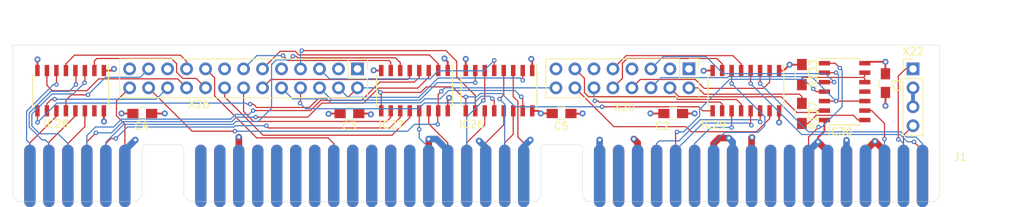
<source format=kicad_pcb>
(kicad_pcb (version 20171130) (host pcbnew 5.1.5)
  (layers (0 F.Cu signal) (1 In1.Cu power) (2 In2.Cu power) (31 B.Cu signal) (34 B.Paste user) (35 F.Paste user) (36 B.SilkS user) (37 F.SilkS user) (38 B.Mask user) (39 F.Mask user) (44 Edge.Cuts user))
  (net 0 "")
  (net 1 GND)
  (net 2 +5V)
  (net 3 /PR6)
  (net 4 /ZR6)
  (net 5 /ZG4)
  (net 6 /PG4)
  (net 7 /ZG6)
  (net 8 /PG6)
  (net 9 "Net-(IC26-Pad9)")
  (net 10 /PG5)
  (net 11 /ZG5)
  (net 12 /PR5)
  (net 13 /ZR5)
  (net 14 /ZR4)
  (net 15 /PR4)
  (net 16 /PB5)
  (net 17 /ZB5)
  (net 18 /ZB6)
  (net 19 /PB6)
  (net 20 /ZR3)
  (net 21 /PR3)
  (net 22 /PR2)
  (net 23 /ZR2)
  (net 24 /PG0)
  (net 25 /ZG0)
  (net 26 /ZG1)
  (net 27 /PG1)
  (net 28 /PG3)
  (net 29 /ZG3)
  (net 30 /ZB1)
  (net 31 /PB1)
  (net 32 /ZB3)
  (net 33 /PB3)
  (net 34 /PB2)
  (net 35 /ZB2)
  (net 36 /PB0)
  (net 37 /ZB0)
  (net 38 /ZG2)
  (net 39 /PG2)
  (net 40 /PR7)
  (net 41 /ZR7)
  (net 42 /ZG7)
  (net 43 /PG7)
  (net 44 /ZB7)
  (net 45 /PB7)
  (net 46 /PB4)
  (net 47 /ZB4)
  (net 48 /PR1)
  (net 49 /ZR1)
  (net 50 /ZR0)
  (net 51 /PR0)
  (net 52 "Net-(J1-Pad70)")
  (net 53 "Net-(J1-Pad18)")
  (net 54 "Net-(J1-Pad66)")
  (net 55 "Net-(J1-Pad16)")
  (net 56 "Net-(J1-Pad52)")
  (net 57 /ZBL)
  (net 58 "Net-(J1-Pad56)")
  (net 59 "Net-(J1-Pad72)")
  (net 60 "Net-(J1-Pad62)")
  (net 61 "Net-(J1-Pad10)")
  (net 62 "Net-(J1-Pad34)")
  (net 63 "Net-(J1-Pad60)")
  (net 64 "Net-(J1-Pad50)")
  (net 65 "Net-(J1-Pad36)")
  (net 66 "Net-(J1-Pad4)")
  (net 67 "Net-(J1-Pad64)")
  (net 68 /ZCS)
  (net 69 "Net-(J1-Pad22)")
  (net 70 /FF_SEL)
  (net 71 "Net-(J1-Pad54)")
  (net 72 "Net-(J1-Pad26)")
  (net 73 /ZVS2)
  (net 74 "Net-(J1-Pad30)")
  (net 75 "Net-(J1-Pad71)")
  (net 76 "Net-(J1-Pad67)")
  (net 77 "Net-(J1-Pad65)")
  (net 78 "Net-(J1-Pad69)")
  (net 79 "Net-(J1-Pad63)")
  (net 80 "Net-(J1-Pad61)")
  (net 81 "Net-(J1-Pad59)")
  (net 82 "Net-(J1-Pad55)")
  (net 83 "Net-(J1-Pad53)")
  (net 84 "Net-(J1-Pad57)")
  (net 85 "Net-(J1-Pad51)")
  (net 86 "Net-(J1-Pad49)")
  (net 87 "Net-(J1-Pad31)")
  (net 88 "Net-(J1-Pad33)")
  (net 89 "Net-(J1-Pad19)")
  (net 90 "Net-(J1-Pad17)")
  (net 91 "Net-(J1-Pad15)")
  (net 92 "Net-(J1-Pad11)")
  (net 93 /Z28)
  (net 94 "Net-(J1-Pad3)")
  (net 95 "Net-(J1-Pad7)")
  (net 96 "Net-(IC30-Pad12)")
  (net 97 "Net-(IC30-Pad8)")
  (net 98 "Net-(R137-Pad1)")
  (net 99 "Net-(IC30-Pad10)")
  (net 100 "Net-(IC30-Pad3)")
  (net 101 "Net-(IC30-Pad6)")
  (net 102 "Net-(X22-Pad2)")
  (net 103 "Net-(IC30-Pad11)")
  (module Housings_SOIC:SOIC-14_3.9x8.7mm_Pitch1.27mm (layer F.Cu) (at 211.836 77.597)
    (fp_text reference IC30 (at -0.635 5.3975) (layer F.SilkS))
    (fp_text value 74F32)
    (pad 14 smd rect (at 2.7 -3.81) (size 1.5 0.6) (layers F.Cu F.Paste F.Mask) (net 2 +5V))
    (pad 13 smd rect (at 2.7 -2.54) (size 1.5 0.6) (layers F.Cu F.Paste F.Mask) (net 96 "Net-(IC30-Pad12)"))
    (pad 12 smd rect (at 2.7 -1.27) (size 1.5 0.6) (layers F.Cu F.Paste F.Mask) (net 96 "Net-(IC30-Pad12)"))
    (pad 11 smd rect (at 2.7 0) (size 1.5 0.6) (layers F.Cu F.Paste F.Mask) (net 103 "Net-(IC30-Pad11)"))
    (pad 10 smd rect (at 2.7 1.27) (size 1.5 0.6) (layers F.Cu F.Paste F.Mask) (net 99 "Net-(IC30-Pad10)"))
    (pad 9 smd rect (at 2.7 2.54) (size 1.5 0.6) (layers F.Cu F.Paste F.Mask) (net 93 /Z28))
    (pad 8 smd rect (at 2.7 3.81) (size 1.5 0.6) (layers F.Cu F.Paste F.Mask) (net 97 "Net-(IC30-Pad8)"))
    (pad 7 smd rect (at -2.7 3.81) (size 1.5 0.6) (layers F.Cu F.Paste F.Mask) (net 1 GND))
    (pad 6 smd rect (at -2.7 2.54) (size 1.5 0.6) (layers F.Cu F.Paste F.Mask) (net 101 "Net-(IC30-Pad6)"))
    (pad 5 smd rect (at -2.7 1.27) (size 1.5 0.6) (layers F.Cu F.Paste F.Mask) (net 99 "Net-(IC30-Pad10)"))
    (pad 4 smd rect (at -2.7 0) (size 1.5 0.6) (layers F.Cu F.Paste F.Mask) (net 57 /ZBL))
    (pad 3 smd rect (at -2.7 -1.27) (size 1.5 0.6) (layers F.Cu F.Paste F.Mask) (net 100 "Net-(IC30-Pad3)"))
    (pad 2 smd rect (at -2.7 -2.54) (size 1.5 0.6) (layers F.Cu F.Paste F.Mask) (net 99 "Net-(IC30-Pad10)"))
    (pad 1 smd rect (at -2.7 -3.81) (size 1.5 0.6) (layers F.Cu F.Paste F.Mask) (net 68 /ZCS))
  )
  (module Pin_Headers:Pin_Header_Straight_2x13_Pitch2.54mm (layer F.Cu) (at 146.685 74.549 270)
    (fp_text reference X26 (at 4.7625 21.209 180) (layer F.SilkS))
    (fp_text value Conn_02x13_Odd_Even)
    (pad 26 thru_hole oval (at 2.54 30.48 270) (size 1.7 1.7) (drill 1) (layers *.Cu *.Mask) (net 73 /ZVS2))
    (pad 25 thru_hole oval (at 0 30.48 270) (size 1.7 1.7) (drill 1) (layers *.Cu *.Mask) (net 1 GND))
    (pad 24 thru_hole oval (at 2.54 27.94 270) (size 1.7 1.7) (drill 1) (layers *.Cu *.Mask) (net 16 /PB5))
    (pad 23 thru_hole oval (at 0 27.94 270) (size 1.7 1.7) (drill 1) (layers *.Cu *.Mask) (net 31 /PB1))
    (pad 22 thru_hole oval (at 2.54 25.4 270) (size 1.7 1.7) (drill 1) (layers *.Cu *.Mask) (net 33 /PB3))
    (pad 21 thru_hole oval (at 0 25.4 270) (size 1.7 1.7) (drill 1) (layers *.Cu *.Mask) (net 1 GND))
    (pad 20 thru_hole oval (at 2.54 22.86 270) (size 1.7 1.7) (drill 1) (layers *.Cu *.Mask) (net 34 /PB2))
    (pad 19 thru_hole oval (at 0 22.86 270) (size 1.7 1.7) (drill 1) (layers *.Cu *.Mask) (net 36 /PB0))
    (pad 18 thru_hole oval (at 2.54 20.32 270) (size 1.7 1.7) (drill 1) (layers *.Cu *.Mask) (net 39 /PG2))
    (pad 17 thru_hole oval (at 0 20.32 270) (size 1.7 1.7) (drill 1) (layers *.Cu *.Mask) (net 70 /FF_SEL))
    (pad 16 thru_hole oval (at 2.54 17.78 270) (size 1.7 1.7) (drill 1) (layers *.Cu *.Mask) (net 19 /PB6))
    (pad 15 thru_hole oval (at 0 17.78 270) (size 1.7 1.7) (drill 1) (layers *.Cu *.Mask) (net 1 GND))
    (pad 14 thru_hole oval (at 2.54 15.24 270) (size 1.7 1.7) (drill 1) (layers *.Cu *.Mask) (net 21 /PR3))
    (pad 13 thru_hole oval (at 0 15.24 270) (size 1.7 1.7) (drill 1) (layers *.Cu *.Mask) (net 22 /PR2))
    (pad 12 thru_hole oval (at 2.54 12.7 270) (size 1.7 1.7) (drill 1) (layers *.Cu *.Mask) (net 24 /PG0))
    (pad 11 thru_hole oval (at 0 12.7 270) (size 1.7 1.7) (drill 1) (layers *.Cu *.Mask) (net 27 /PG1))
    (pad 10 thru_hole oval (at 2.54 10.16 270) (size 1.7 1.7) (drill 1) (layers *.Cu *.Mask) (net 3 /PR6))
    (pad 9 thru_hole oval (at 0 10.16 270) (size 1.7 1.7) (drill 1) (layers *.Cu *.Mask) (net 1 GND))
    (pad 8 thru_hole oval (at 2.54 7.62 270) (size 1.7 1.7) (drill 1) (layers *.Cu *.Mask) (net 6 /PG4))
    (pad 7 thru_hole oval (at 0 7.62 270) (size 1.7 1.7) (drill 1) (layers *.Cu *.Mask) (net 8 /PG6))
    (pad 6 thru_hole oval (at 2.54 5.08 270) (size 1.7 1.7) (drill 1) (layers *.Cu *.Mask) (net 10 /PG5))
    (pad 5 thru_hole oval (at 0 5.08 270) (size 1.7 1.7) (drill 1) (layers *.Cu *.Mask) (net 12 /PR5))
    (pad 4 thru_hole oval (at 2.54 2.54 270) (size 1.7 1.7) (drill 1) (layers *.Cu *.Mask) (net 15 /PR4))
    (pad 3 thru_hole oval (at 0 2.54 270) (size 1.7 1.7) (drill 1) (layers *.Cu *.Mask) (net 1 GND))
    (pad 2 thru_hole oval (at 2.54 0 270) (size 1.7 1.7) (drill 1) (layers *.Cu *.Mask) (net 9 "Net-(IC26-Pad9)"))
    (pad 1 thru_hole rect (at 0 0 270) (size 1.7 1.7) (drill 1) (layers *.Cu *.Mask) (net 1 GND))
  )
  (module Pin_Headers:Pin_Header_Straight_1x04_Pitch2.54mm (layer F.Cu) (at 220.98 74.549)
    (fp_text reference X22 (at 0 -2.33) (layer F.SilkS))
    (fp_text value Conn_01x04)
    (pad 4 thru_hole oval (at 0 7.62) (size 1.7 1.7) (drill 1) (layers *.Cu *.Mask) (net 66 "Net-(J1-Pad4)"))
    (pad 3 thru_hole oval (at 0 5.08) (size 1.7 1.7) (drill 1) (layers *.Cu *.Mask) (net 102 "Net-(X22-Pad2)"))
    (pad 2 thru_hole oval (at 0 2.54) (size 1.7 1.7) (drill 1) (layers *.Cu *.Mask) (net 102 "Net-(X22-Pad2)"))
    (pad 1 thru_hole rect (at 0 0) (size 1.7 1.7) (drill 1) (layers *.Cu *.Mask) (net 94 "Net-(J1-Pad3)"))
  )
  (module Pin_Headers:Pin_Header_Straight_2x08_Pitch2.54mm (layer F.Cu) (at 191.008 74.549 270)
    (fp_text reference X20 (at 5.1435 8.636 180) (layer F.SilkS))
    (fp_text value Conn_02x08_Odd_Even)
    (pad 16 thru_hole oval (at 2.54 17.78 270) (size 1.7 1.7) (drill 1) (layers *.Cu *.Mask) (net 16 /PB5))
    (pad 15 thru_hole oval (at 0 17.78 270) (size 1.7 1.7) (drill 1) (layers *.Cu *.Mask) (net 1 GND))
    (pad 14 thru_hole oval (at 2.54 15.24 270) (size 1.7 1.7) (drill 1) (layers *.Cu *.Mask) (net 40 /PR7))
    (pad 13 thru_hole oval (at 0 15.24 270) (size 1.7 1.7) (drill 1) (layers *.Cu *.Mask) (net 43 /PG7))
    (pad 12 thru_hole oval (at 2.54 12.7 270) (size 1.7 1.7) (drill 1) (layers *.Cu *.Mask) (net 45 /PB7))
    (pad 11 thru_hole oval (at 0 12.7 270) (size 1.7 1.7) (drill 1) (layers *.Cu *.Mask) (net 1 GND))
    (pad 10 thru_hole oval (at 2.54 10.16 270) (size 1.7 1.7) (drill 1) (layers *.Cu *.Mask) (net 46 /PB4))
    (pad 9 thru_hole oval (at 0 10.16 270) (size 1.7 1.7) (drill 1) (layers *.Cu *.Mask) (net 48 /PR1))
    (pad 8 thru_hole oval (at 2.54 7.62 270) (size 1.7 1.7) (drill 1) (layers *.Cu *.Mask) (net 51 /PR0))
    (pad 7 thru_hole oval (at 0 7.62 270) (size 1.7 1.7) (drill 1) (layers *.Cu *.Mask) (net 1 GND))
    (pad 6 thru_hole oval (at 2.54 5.08 270) (size 1.7 1.7) (drill 1) (layers *.Cu *.Mask) (net 99 "Net-(IC30-Pad10)"))
    (pad 5 thru_hole oval (at 0 5.08 270) (size 1.7 1.7) (drill 1) (layers *.Cu *.Mask) (net 100 "Net-(IC30-Pad3)"))
    (pad 4 thru_hole oval (at 2.54 2.54 270) (size 1.7 1.7) (drill 1) (layers *.Cu *.Mask) (net 101 "Net-(IC30-Pad6)"))
    (pad 3 thru_hole oval (at 0 2.54 270) (size 1.7 1.7) (drill 1) (layers *.Cu *.Mask) (net 1 GND))
    (pad 2 thru_hole oval (at 2.54 0 270) (size 1.7 1.7) (drill 1) (layers *.Cu *.Mask) (net 98 "Net-(R137-Pad1)"))
    (pad 1 thru_hole rect (at 0 0 270) (size 1.7 1.7) (drill 1) (layers *.Cu *.Mask) (net 1 GND))
  )
  (module Resistors_SMD:R_0805_HandSoldering (layer F.Cu) (at 206.121 80.518 270)
    (fp_text reference R137 (at 0.254 -1.524 270) (layer F.SilkS))
    (fp_text value R_Small)
    (pad 2 smd rect (at 1.35 0 270) (size 1.5 1.3) (layers F.Cu F.Paste F.Mask) (net 97 "Net-(IC30-Pad8)"))
    (pad 1 smd rect (at -1.35 0 270) (size 1.5 1.3) (layers F.Cu F.Paste F.Mask) (net 98 "Net-(R137-Pad1)"))
  )
  (module Resistors_SMD:R_0805_HandSoldering (layer F.Cu) (at 206.121 75.311 270)
    (fp_text reference R133 (at -0.127 -1.524 90) (layer F.SilkS))
    (fp_text value R_Small)
    (pad 2 smd rect (at 1.35 0 270) (size 1.5 1.3) (layers F.Cu F.Paste F.Mask) (net 96 "Net-(IC30-Pad12)"))
    (pad 1 smd rect (at -1.35 0 270) (size 1.5 1.3) (layers F.Cu F.Paste F.Mask) (net 1 GND))
  )
  (module Connectors_Card:VideoSlotMulti_Edge (layer F.Cu) (at 222.25 88.9)
    (fp_text reference J1 (at 5.08 -2.54) (layer F.SilkS))
    (fp_text value VideoSlotMulti)
    (pad 70 smd oval (at -93.98 0) (size 1.524 8.382) (layers F.Cu F.Paste F.Mask) (net 52 "Net-(J1-Pad70)"))
    (pad 2 smd oval (at 0 0) (size 1.524 8.382) (layers F.Cu F.Paste F.Mask) (net 49 /ZR1))
    (pad 18 smd oval (at -20.32 0) (size 1.524 8.382) (layers F.Cu F.Paste F.Mask) (net 53 "Net-(J1-Pad18)"))
    (pad 66 smd oval (at -88.9 0) (size 1.524 8.382) (layers F.Cu F.Paste F.Mask) (net 54 "Net-(J1-Pad66)"))
    (pad 16 smd oval (at -17.78 0) (size 1.524 8.382) (layers F.Cu F.Paste F.Mask) (net 55 "Net-(J1-Pad16)"))
    (pad 52 smd oval (at -71.12 0) (size 1.524 8.382) (layers F.Cu F.Paste F.Mask) (net 56 "Net-(J1-Pad52)"))
    (pad 44 smd oval (at -60.96 0) (size 1.524 8.382) (layers F.Cu F.Paste F.Mask) (net 7 /ZG6))
    (pad 28 smd oval (at -33.02 0) (size 1.524 8.382) (layers F.Cu F.Paste F.Mask) (net 57 /ZBL))
    (pad 56 smd oval (at -76.2 0) (size 1.524 8.382) (layers F.Cu F.Paste F.Mask) (net 58 "Net-(J1-Pad56)"))
    (pad 78 smd oval (at -111.76 0) (size 1.524 8.382) (layers F.Cu F.Paste F.Mask) (net 26 /ZG1))
    (pad 42 smd oval (at -58.42 0) (size 1.524 8.382) (layers F.Cu F.Paste F.Mask) (net 5 /ZG4))
    (pad 72 smd oval (at -96.52 0) (size 1.524 8.382) (layers F.Cu F.Paste F.Mask) (net 59 "Net-(J1-Pad72)"))
    (pad 38 smd oval (at -53.34 0) (size 1.524 8.382) (layers F.Cu F.Paste F.Mask) (net 14 /ZR4))
    (pad 62 smd oval (at -83.82 0) (size 1.524 8.382) (layers F.Cu F.Paste F.Mask) (net 60 "Net-(J1-Pad62)"))
    (pad 80 smd oval (at -114.3 0) (size 1.524 8.382) (layers F.Cu F.Paste F.Mask) (net 29 /ZG3))
    (pad 10 smd oval (at -10.16 0) (size 1.524 8.382) (layers F.Cu F.Paste F.Mask) (net 61 "Net-(J1-Pad10)"))
    (pad 8 smd oval (at -7.62 0) (size 1.524 8.382) (layers F.Cu F.Paste F.Mask) (net 2 +5V))
    (pad 12 smd oval (at -12.7 0) (size 1.524 8.382) (layers F.Cu F.Paste F.Mask) (net 1 GND))
    (pad 34 smd oval (at -40.64 0) (size 1.524 8.382) (layers F.Cu F.Paste F.Mask) (net 62 "Net-(J1-Pad34)"))
    (pad 6 smd oval (at -5.08 0) (size 1.524 8.382) (layers F.Cu F.Paste F.Mask) (net 2 +5V))
    (pad 60 smd oval (at -81.28 0) (size 1.524 8.382) (layers F.Cu F.Paste F.Mask) (net 63 "Net-(J1-Pad60)"))
    (pad 48 smd oval (at -66.04 0) (size 1.524 8.382) (layers F.Cu F.Paste F.Mask) (net 1 GND))
    (pad 50 smd oval (at -68.58 0) (size 1.524 8.382) (layers F.Cu F.Paste F.Mask) (net 64 "Net-(J1-Pad50)"))
    (pad 32 smd oval (at -38.1 0) (size 1.524 8.382) (layers F.Cu F.Paste F.Mask) (net 1 GND))
    (pad 36 smd oval (at -43.18 0) (size 1.524 8.382) (layers F.Cu F.Paste F.Mask) (net 65 "Net-(J1-Pad36)"))
    (pad 40 smd oval (at -55.88 0) (size 1.524 8.382) (layers F.Cu F.Paste F.Mask) (net 4 /ZR6))
    (pad 4 smd oval (at -2.54 0) (size 1.524 8.382) (layers F.Cu F.Paste F.Mask) (net 66 "Net-(J1-Pad4)"))
    (pad 82 smd oval (at -116.84 0) (size 1.524 8.382) (layers F.Cu F.Paste F.Mask) (net 30 /ZB1))
    (pad 64 smd oval (at -86.36 0) (size 1.524 8.382) (layers F.Cu F.Paste F.Mask) (net 67 "Net-(J1-Pad64)"))
    (pad 84 smd oval (at -119.38 0) (size 1.524 8.382) (layers F.Cu F.Paste F.Mask) (net 32 /ZB3))
    (pad 20 smd oval (at -22.86 0) (size 1.524 8.382) (layers F.Cu F.Paste F.Mask) (net 1 GND))
    (pad 14 smd oval (at -15.24 0) (size 1.524 8.382) (layers F.Cu F.Paste F.Mask) (net 68 /ZCS))
    (pad 24 smd oval (at -27.94 0) (size 1.524 8.382) (layers F.Cu F.Paste F.Mask) (net 1 GND))
    (pad 22 smd oval (at -25.4 0) (size 1.524 8.382) (layers F.Cu F.Paste F.Mask) (net 69 "Net-(J1-Pad22)"))
    (pad 58 smd oval (at -78.74 0) (size 1.524 8.382) (layers F.Cu F.Paste F.Mask) (net 70 /FF_SEL))
    (pad 54 smd oval (at -73.66 0) (size 1.524 8.382) (layers F.Cu F.Paste F.Mask) (net 71 "Net-(J1-Pad54)"))
    (pad 26 smd oval (at -30.48 0) (size 1.524 8.382) (layers F.Cu F.Paste F.Mask) (net 72 "Net-(J1-Pad26)"))
    (pad 74 smd oval (at -106.68 0) (size 1.524 8.382) (layers F.Cu F.Paste F.Mask) (net 73 /ZVS2))
    (pad 76 smd oval (at -109.22 0) (size 1.524 8.382) (layers F.Cu F.Paste F.Mask) (net 20 /ZR3))
    (pad 46 smd oval (at -63.5 0) (size 1.524 8.382) (layers F.Cu F.Paste F.Mask) (net 17 /ZB5))
    (pad 68 smd oval (at -91.44 0) (size 1.524 8.382) (layers F.Cu F.Paste F.Mask) (net 1 GND))
    (pad 30 smd oval (at -35.56 0) (size 1.524 8.382) (layers F.Cu F.Paste F.Mask) (net 74 "Net-(J1-Pad30)"))
    (pad 83 smd oval (at -119.38 0) (size 1.524 8.382) (layers B.Cu B.Paste B.Mask) (net 35 /ZB2))
    (pad 79 smd oval (at -114.3 0) (size 1.524 8.382) (layers B.Cu B.Paste B.Mask) (net 38 /ZG2))
    (pad 77 smd oval (at -111.76 0) (size 1.524 8.382) (layers B.Cu B.Paste B.Mask) (net 25 /ZG0))
    (pad 81 smd oval (at -116.84 0) (size 1.524 8.382) (layers B.Cu B.Paste B.Mask) (net 37 /ZB0))
    (pad 75 smd oval (at -109.22 0) (size 1.524 8.382) (layers B.Cu B.Paste B.Mask) (net 23 /ZR2))
    (pad 73 smd oval (at -106.68 0) (size 1.524 8.382) (layers B.Cu B.Paste B.Mask) (net 1 GND))
    (pad 71 smd oval (at -96.52 0) (size 1.524 8.382) (layers B.Cu B.Paste B.Mask) (net 75 "Net-(J1-Pad71)"))
    (pad 67 smd oval (at -91.44 0) (size 1.524 8.382) (layers B.Cu B.Paste B.Mask) (net 76 "Net-(J1-Pad67)"))
    (pad 65 smd oval (at -88.9 0) (size 1.524 8.382) (layers B.Cu B.Paste B.Mask) (net 77 "Net-(J1-Pad65)"))
    (pad 69 smd oval (at -93.98 0) (size 1.524 8.382) (layers B.Cu B.Paste B.Mask) (net 78 "Net-(J1-Pad69)"))
    (pad 63 smd oval (at -86.36 0) (size 1.524 8.382) (layers B.Cu B.Paste B.Mask) (net 79 "Net-(J1-Pad63)"))
    (pad 61 smd oval (at -83.82 0) (size 1.524 8.382) (layers B.Cu B.Paste B.Mask) (net 80 "Net-(J1-Pad61)"))
    (pad 59 smd oval (at -81.28 0) (size 1.524 8.382) (layers B.Cu B.Paste B.Mask) (net 81 "Net-(J1-Pad59)"))
    (pad 55 smd oval (at -76.2 0) (size 1.524 8.382) (layers B.Cu B.Paste B.Mask) (net 82 "Net-(J1-Pad55)"))
    (pad 53 smd oval (at -73.66 0) (size 1.524 8.382) (layers B.Cu B.Paste B.Mask) (net 83 "Net-(J1-Pad53)"))
    (pad 57 smd oval (at -78.74 0) (size 1.524 8.382) (layers B.Cu B.Paste B.Mask) (net 84 "Net-(J1-Pad57)"))
    (pad 51 smd oval (at -71.12 0) (size 1.524 8.382) (layers B.Cu B.Paste B.Mask) (net 85 "Net-(J1-Pad51)"))
    (pad 49 smd oval (at -68.58 0) (size 1.524 8.382) (layers B.Cu B.Paste B.Mask) (net 86 "Net-(J1-Pad49)"))
    (pad 47 smd oval (at -66.04 0) (size 1.524 8.382) (layers B.Cu B.Paste B.Mask) (net 18 /ZB6))
    (pad 43 smd oval (at -60.96 0) (size 1.524 8.382) (layers B.Cu B.Paste B.Mask) (net 11 /ZG5))
    (pad 41 smd oval (at -58.42 0) (size 1.524 8.382) (layers B.Cu B.Paste B.Mask) (net 1 GND))
    (pad 45 smd oval (at -63.5 0) (size 1.524 8.382) (layers B.Cu B.Paste B.Mask) (net 1 GND))
    (pad 39 smd oval (at -55.88 0) (size 1.524 8.382) (layers B.Cu B.Paste B.Mask) (net 13 /ZR5))
    (pad 37 smd oval (at -53.34 0) (size 1.524 8.382) (layers B.Cu B.Paste B.Mask) (net 1 GND))
    (pad 35 smd oval (at -43.18 0) (size 1.524 8.382) (layers B.Cu B.Paste B.Mask) (net 2 +5V))
    (pad 31 smd oval (at -38.1 0) (size 1.524 8.382) (layers B.Cu B.Paste B.Mask) (net 87 "Net-(J1-Pad31)"))
    (pad 29 smd oval (at -35.56 0) (size 1.524 8.382) (layers B.Cu B.Paste B.Mask) (net 41 /ZR7))
    (pad 33 smd oval (at -40.64 0) (size 1.524 8.382) (layers B.Cu B.Paste B.Mask) (net 88 "Net-(J1-Pad33)"))
    (pad 27 smd oval (at -33.02 0) (size 1.524 8.382) (layers B.Cu B.Paste B.Mask) (net 42 /ZG7))
    (pad 25 smd oval (at -30.48 0) (size 1.524 8.382) (layers B.Cu B.Paste B.Mask) (net 44 /ZB7))
    (pad 23 smd oval (at -27.94 0) (size 1.524 8.382) (layers B.Cu B.Paste B.Mask) (net 47 /ZB4))
    (pad 19 smd oval (at -22.86 0) (size 1.524 8.382) (layers B.Cu B.Paste B.Mask) (net 89 "Net-(J1-Pad19)"))
    (pad 17 smd oval (at -20.32 0) (size 1.524 8.382) (layers B.Cu B.Paste B.Mask) (net 90 "Net-(J1-Pad17)"))
    (pad 21 smd oval (at -25.4 0) (size 1.524 8.382) (layers B.Cu B.Paste B.Mask) (net 1 GND))
    (pad 15 smd oval (at -17.78 0) (size 1.524 8.382) (layers B.Cu B.Paste B.Mask) (net 91 "Net-(J1-Pad15)"))
    (pad 13 smd oval (at -15.24 0) (size 1.524 8.382) (layers B.Cu B.Paste B.Mask) (net 1 GND))
    (pad 11 smd oval (at -12.7 0) (size 1.524 8.382) (layers B.Cu B.Paste B.Mask) (net 92 "Net-(J1-Pad11)"))
    (pad 5 smd oval (at -5.08 0) (size 1.524 8.382) (layers B.Cu B.Paste B.Mask) (net 93 /Z28))
    (pad 9 smd oval (at -10.16 0) (size 1.524 8.382) (layers B.Cu B.Paste B.Mask) (net 1 GND))
    (pad 3 smd oval (at -2.54 0) (size 1.524 8.382) (layers B.Cu B.Paste B.Mask) (net 94 "Net-(J1-Pad3)"))
    (pad 7 smd oval (at -7.62 0) (size 1.524 8.382) (layers B.Cu B.Paste B.Mask) (net 95 "Net-(J1-Pad7)"))
    (pad 1 smd oval (at 0 0) (size 1.524 8.382) (layers B.Cu B.Paste B.Mask) (net 50 /ZR0))
  )
  (module Housings_SOIC:SOIC-16_3.9x9.9mm_Pitch1.27mm (layer F.Cu) (at 198.628 77.47 270)
    (fp_text reference IC29 (at 4.572 4.318 180) (layer F.SilkS))
    (fp_text value 74F378)
    (pad 16 smd rect (at 2.7 -4.445 270) (size 1.5 0.6) (layers F.Cu F.Paste F.Mask) (net 2 +5V))
    (pad 15 smd rect (at 2.7 -3.175 270) (size 1.5 0.6) (layers F.Cu F.Paste F.Mask) (net 40 /PR7))
    (pad 14 smd rect (at 2.7 -1.905 270) (size 1.5 0.6) (layers F.Cu F.Paste F.Mask) (net 41 /ZR7))
    (pad 13 smd rect (at 2.7 -0.635 270) (size 1.5 0.6) (layers F.Cu F.Paste F.Mask) (net 42 /ZG7))
    (pad 12 smd rect (at 2.7 0.635 270) (size 1.5 0.6) (layers F.Cu F.Paste F.Mask) (net 43 /PG7))
    (pad 11 smd rect (at 2.7 1.905 270) (size 1.5 0.6) (layers F.Cu F.Paste F.Mask) (net 44 /ZB7))
    (pad 10 smd rect (at 2.7 3.175 270) (size 1.5 0.6) (layers F.Cu F.Paste F.Mask) (net 45 /PB7))
    (pad 9 smd rect (at 2.7 4.445 270) (size 1.5 0.6) (layers F.Cu F.Paste F.Mask) (net 9 "Net-(IC26-Pad9)"))
    (pad 8 smd rect (at -2.7 4.445 270) (size 1.5 0.6) (layers F.Cu F.Paste F.Mask) (net 1 GND))
    (pad 7 smd rect (at -2.7 3.175 270) (size 1.5 0.6) (layers F.Cu F.Paste F.Mask) (net 46 /PB4))
    (pad 6 smd rect (at -2.7 1.905 270) (size 1.5 0.6) (layers F.Cu F.Paste F.Mask) (net 47 /ZB4))
    (pad 5 smd rect (at -2.7 0.635 270) (size 1.5 0.6) (layers F.Cu F.Paste F.Mask) (net 48 /PR1))
    (pad 4 smd rect (at -2.7 -0.635 270) (size 1.5 0.6) (layers F.Cu F.Paste F.Mask) (net 49 /ZR1))
    (pad 3 smd rect (at -2.7 -1.905 270) (size 1.5 0.6) (layers F.Cu F.Paste F.Mask) (net 50 /ZR0))
    (pad 2 smd rect (at -2.7 -3.175 270) (size 1.5 0.6) (layers F.Cu F.Paste F.Mask) (net 51 /PR0))
    (pad 1 smd rect (at -2.7 -4.445 270) (size 1.5 0.6) (layers F.Cu F.Paste F.Mask) (net 1 GND))
  )
  (module Housings_SOIC:SOIC-16_3.9x9.9mm_Pitch1.27mm (layer F.Cu) (at 108.3183 77.47 270)
    (fp_text reference IC28 (at 4.445 1.9558 180) (layer F.SilkS))
    (fp_text value 74F378)
    (pad 16 smd rect (at 2.7 -4.445 270) (size 1.5 0.6) (layers F.Cu F.Paste F.Mask) (net 2 +5V))
    (pad 15 smd rect (at 2.7 -3.175 270) (size 1.5 0.6) (layers F.Cu F.Paste F.Mask) (net 28 /PG3))
    (pad 14 smd rect (at 2.7 -1.905 270) (size 1.5 0.6) (layers F.Cu F.Paste F.Mask) (net 29 /ZG3))
    (pad 13 smd rect (at 2.7 -0.635 270) (size 1.5 0.6) (layers F.Cu F.Paste F.Mask) (net 30 /ZB1))
    (pad 12 smd rect (at 2.7 0.635 270) (size 1.5 0.6) (layers F.Cu F.Paste F.Mask) (net 31 /PB1))
    (pad 11 smd rect (at 2.7 1.905 270) (size 1.5 0.6) (layers F.Cu F.Paste F.Mask) (net 32 /ZB3))
    (pad 10 smd rect (at 2.7 3.175 270) (size 1.5 0.6) (layers F.Cu F.Paste F.Mask) (net 33 /PB3))
    (pad 9 smd rect (at 2.7 4.445 270) (size 1.5 0.6) (layers F.Cu F.Paste F.Mask) (net 9 "Net-(IC26-Pad9)"))
    (pad 8 smd rect (at -2.7 4.445 270) (size 1.5 0.6) (layers F.Cu F.Paste F.Mask) (net 1 GND))
    (pad 7 smd rect (at -2.7 3.175 270) (size 1.5 0.6) (layers F.Cu F.Paste F.Mask) (net 34 /PB2))
    (pad 6 smd rect (at -2.7 1.905 270) (size 1.5 0.6) (layers F.Cu F.Paste F.Mask) (net 35 /ZB2))
    (pad 5 smd rect (at -2.7 0.635 270) (size 1.5 0.6) (layers F.Cu F.Paste F.Mask) (net 36 /PB0))
    (pad 4 smd rect (at -2.7 -0.635 270) (size 1.5 0.6) (layers F.Cu F.Paste F.Mask) (net 37 /ZB0))
    (pad 3 smd rect (at -2.7 -1.905 270) (size 1.5 0.6) (layers F.Cu F.Paste F.Mask) (net 38 /ZG2))
    (pad 2 smd rect (at -2.7 -3.175 270) (size 1.5 0.6) (layers F.Cu F.Paste F.Mask) (net 39 /PG2))
    (pad 1 smd rect (at -2.7 -4.445 270) (size 1.5 0.6) (layers F.Cu F.Paste F.Mask) (net 1 GND))
  )
  (module Housings_SOIC:SOIC-16_3.9x9.9mm_Pitch1.27mm (layer F.Cu) (at 154.305 77.47 270)
    (fp_text reference IC27 (at 4.572 3.1115 180) (layer F.SilkS))
    (fp_text value 74F378)
    (pad 16 smd rect (at 2.7 -4.445 270) (size 1.5 0.6) (layers F.Cu F.Paste F.Mask) (net 2 +5V))
    (pad 15 smd rect (at 2.7 -3.175 270) (size 1.5 0.6) (layers F.Cu F.Paste F.Mask) (net 16 /PB5))
    (pad 14 smd rect (at 2.7 -1.905 270) (size 1.5 0.6) (layers F.Cu F.Paste F.Mask) (net 17 /ZB5))
    (pad 13 smd rect (at 2.7 -0.635 270) (size 1.5 0.6) (layers F.Cu F.Paste F.Mask) (net 18 /ZB6))
    (pad 12 smd rect (at 2.7 0.635 270) (size 1.5 0.6) (layers F.Cu F.Paste F.Mask) (net 19 /PB6))
    (pad 11 smd rect (at 2.7 1.905 270) (size 1.5 0.6) (layers F.Cu F.Paste F.Mask) (net 20 /ZR3))
    (pad 10 smd rect (at 2.7 3.175 270) (size 1.5 0.6) (layers F.Cu F.Paste F.Mask) (net 21 /PR3))
    (pad 9 smd rect (at 2.7 4.445 270) (size 1.5 0.6) (layers F.Cu F.Paste F.Mask) (net 9 "Net-(IC26-Pad9)"))
    (pad 8 smd rect (at -2.7 4.445 270) (size 1.5 0.6) (layers F.Cu F.Paste F.Mask) (net 1 GND))
    (pad 7 smd rect (at -2.7 3.175 270) (size 1.5 0.6) (layers F.Cu F.Paste F.Mask) (net 22 /PR2))
    (pad 6 smd rect (at -2.7 1.905 270) (size 1.5 0.6) (layers F.Cu F.Paste F.Mask) (net 23 /ZR2))
    (pad 5 smd rect (at -2.7 0.635 270) (size 1.5 0.6) (layers F.Cu F.Paste F.Mask) (net 24 /PG0))
    (pad 4 smd rect (at -2.7 -0.635 270) (size 1.5 0.6) (layers F.Cu F.Paste F.Mask) (net 25 /ZG0))
    (pad 3 smd rect (at -2.7 -1.905 270) (size 1.5 0.6) (layers F.Cu F.Paste F.Mask) (net 26 /ZG1))
    (pad 2 smd rect (at -2.7 -3.175 270) (size 1.5 0.6) (layers F.Cu F.Paste F.Mask) (net 27 /PG1))
    (pad 1 smd rect (at -2.7 -4.445 270) (size 1.5 0.6) (layers F.Cu F.Paste F.Mask) (net 1 GND))
  )
  (module Housings_SOIC:SOIC-16_3.9x9.9mm_Pitch1.27mm (layer F.Cu) (at 165.608 77.47 270)
    (fp_text reference IC26 (at 4.5085 3.683) (layer F.SilkS))
    (fp_text value 74F378)
    (pad 16 smd rect (at 2.7 -4.445 270) (size 1.5 0.6) (layers F.Cu F.Paste F.Mask) (net 2 +5V))
    (pad 15 smd rect (at 2.7 -3.175 270) (size 1.5 0.6) (layers F.Cu F.Paste F.Mask) (net 3 /PR6))
    (pad 14 smd rect (at 2.7 -1.905 270) (size 1.5 0.6) (layers F.Cu F.Paste F.Mask) (net 4 /ZR6))
    (pad 13 smd rect (at 2.7 -0.635 270) (size 1.5 0.6) (layers F.Cu F.Paste F.Mask) (net 5 /ZG4))
    (pad 12 smd rect (at 2.7 0.635 270) (size 1.5 0.6) (layers F.Cu F.Paste F.Mask) (net 6 /PG4))
    (pad 11 smd rect (at 2.7 1.905 270) (size 1.5 0.6) (layers F.Cu F.Paste F.Mask) (net 7 /ZG6))
    (pad 10 smd rect (at 2.7 3.175 270) (size 1.5 0.6) (layers F.Cu F.Paste F.Mask) (net 8 /PG6))
    (pad 9 smd rect (at 2.7 4.445 270) (size 1.5 0.6) (layers F.Cu F.Paste F.Mask) (net 9 "Net-(IC26-Pad9)"))
    (pad 8 smd rect (at -2.7 4.445 270) (size 1.5 0.6) (layers F.Cu F.Paste F.Mask) (net 1 GND))
    (pad 7 smd rect (at -2.7 3.175 270) (size 1.5 0.6) (layers F.Cu F.Paste F.Mask) (net 10 /PG5))
    (pad 6 smd rect (at -2.7 1.905 270) (size 1.5 0.6) (layers F.Cu F.Paste F.Mask) (net 11 /ZG5))
    (pad 5 smd rect (at -2.7 0.635 270) (size 1.5 0.6) (layers F.Cu F.Paste F.Mask) (net 12 /PR5))
    (pad 4 smd rect (at -2.7 -0.635 270) (size 1.5 0.6) (layers F.Cu F.Paste F.Mask) (net 13 /ZR5))
    (pad 3 smd rect (at -2.7 -1.905 270) (size 1.5 0.6) (layers F.Cu F.Paste F.Mask) (net 14 /ZR4))
    (pad 2 smd rect (at -2.7 -3.175 270) (size 1.5 0.6) (layers F.Cu F.Paste F.Mask) (net 15 /PR4))
    (pad 1 smd rect (at -2.7 -4.445 270) (size 1.5 0.6) (layers F.Cu F.Paste F.Mask) (net 1 GND))
  )
  (module Capacitors_SMD:C_0805_HandSoldering (layer F.Cu) (at 173.9773 80.5307)
    (fp_text reference C5 (at -0.0508 1.7018) (layer F.SilkS))
    (fp_text value C_Small)
    (pad 2 smd rect (at 1.25 0) (size 1.5 1.25) (layers F.Cu F.Paste F.Mask) (net 1 GND))
    (pad 1 smd rect (at -1.25 0) (size 1.5 1.25) (layers F.Cu F.Paste F.Mask) (net 2 +5V))
  )
  (module Capacitors_SMD:C_0805_HandSoldering (layer F.Cu) (at 117.8941 80.5307)
    (fp_text reference C4 (at -0.1016 1.7018) (layer F.SilkS))
    (fp_text value C_Small)
    (pad 2 smd rect (at 1.25 0) (size 1.5 1.25) (layers F.Cu F.Paste F.Mask) (net 1 GND))
    (pad 1 smd rect (at -1.25 0) (size 1.5 1.25) (layers F.Cu F.Paste F.Mask) (net 2 +5V))
  )
  (module Capacitors_SMD:C_0805_HandSoldering (layer F.Cu) (at 145.6055 80.5307)
    (fp_text reference C3 (at 0 1.7018) (layer F.SilkS))
    (fp_text value C_Small)
    (pad 2 smd rect (at 1.25 0) (size 1.5 1.25) (layers F.Cu F.Paste F.Mask) (net 1 GND))
    (pad 1 smd rect (at -1.25 0) (size 1.5 1.25) (layers F.Cu F.Paste F.Mask) (net 2 +5V))
  )
  (module Capacitors_SMD:C_0805_HandSoldering (layer F.Cu) (at 188.9125 80.5307)
    (fp_text reference C2 (at -1.4605 1.7018) (layer F.SilkS))
    (fp_text value C_Small)
    (pad 2 smd rect (at 1.25 0) (size 1.5 1.25) (layers F.Cu F.Paste F.Mask) (net 1 GND))
    (pad 1 smd rect (at -1.25 0) (size 1.5 1.25) (layers F.Cu F.Paste F.Mask) (net 2 +5V))
  )
  (module Capacitors_SMD:C_0805_HandSoldering (layer F.Cu) (at 217.297 76.454 270)
    (fp_text reference C1 (at 0.1905 -1.5875 90) (layer F.SilkS))
    (fp_text value C_Small)
    (pad 2 smd rect (at 1.25 0 270) (size 1.5 1.25) (layers F.Cu F.Paste F.Mask) (net 1 GND))
    (pad 1 smd rect (at -1.25 0 270) (size 1.5 1.25) (layers F.Cu F.Paste F.Mask) (net 2 +5V))
  )
  (gr_line (start 176.784 85.09) (end 176.403 84.709) (layer Edge.Cuts) (width 0.05))
  (gr_line (start 171.196 85.09) (end 171.577 84.709) (layer Edge.Cuts) (width 0.05))
  (gr_line (start 123.444 85.09) (end 123.063 84.709) (layer Edge.Cuts) (width 0.05))
  (gr_line (start 117.856 85.09) (end 118.237 84.709) (layer Edge.Cuts) (width 0.05))
  (gr_line (start 100.584 71.374) (end 224.536 71.374) (layer Edge.Cuts) (width 0.05))
  (gr_line (start 118.237 84.709) (end 123.063 84.709) (layer Edge.Cuts) (width 0.05))
  (gr_line (start 224.536 91.567) (end 224.536 71.374) (layer Edge.Cuts) (width 0.05))
  (gr_line (start 223.774 92.329) (end 224.536 91.567) (layer Edge.Cuts) (width 0.05))
  (gr_line (start 177.419 92.329) (end 223.774 92.329) (layer Edge.Cuts) (width 0.05))
  (gr_line (start 176.784 91.694) (end 177.419 92.329) (layer Edge.Cuts) (width 0.05))
  (gr_line (start 176.784 85.09) (end 176.784 91.694) (layer Edge.Cuts) (width 0.05))
  (gr_line (start 171.577 84.709) (end 176.403 84.709) (layer Edge.Cuts) (width 0.05))
  (gr_line (start 171.196 91.694) (end 171.196 85.09) (layer Edge.Cuts) (width 0.05))
  (gr_line (start 170.561 92.329) (end 171.196 91.694) (layer Edge.Cuts) (width 0.05))
  (gr_line (start 124.206 92.329) (end 170.561 92.329) (layer Edge.Cuts) (width 0.05))
  (gr_line (start 123.444 91.567) (end 124.206 92.329) (layer Edge.Cuts) (width 0.05))
  (gr_line (start 123.444 91.567) (end 123.444 85.09) (layer Edge.Cuts) (width 0.05))
  (gr_line (start 100.584 91.567) (end 101.346 92.329) (layer Edge.Cuts) (width 0.05))
  (gr_line (start 100.584 91.567) (end 100.584 71.374) (layer Edge.Cuts) (width 0.05))
  (gr_line (start 117.856 91.567) (end 117.094 92.329) (layer Edge.Cuts) (width 0.05))
  (gr_line (start 117.856 91.567) (end 117.856 85.09) (layer Edge.Cuts) (width 0.05))
  (gr_line (start 101.346 92.329) (end 117.094 92.329) (layer Edge.Cuts) (width 0.05))
  (via (at 156.21 83.947) (size 0.8) (drill 0.4) (layers F.Cu B.Cu) (net 1))
  (segment (start 156.21 88.9) (end 156.21 83.947) (width 0.889) (layer F.Cu) (net 1))
  (segment (start 156.775685 83.947) (end 156.21 83.947) (width 0.889) (layer B.Cu) (net 1))
  (segment (start 157.226 83.947) (end 156.775685 83.947) (width 0.889) (layer B.Cu) (net 1))
  (segment (start 158.75 85.471) (end 157.226 83.947) (width 0.889) (layer B.Cu) (net 1))
  (segment (start 158.75 88.9) (end 158.75 85.471) (width 0.889) (layer B.Cu) (net 1))
  (segment (start 163.83 88.9) (end 163.83 85.09) (width 0.889) (layer B.Cu) (net 1))
  (via (at 162.941 84.201) (size 0.8) (drill 0.4) (layers F.Cu B.Cu) (net 1))
  (segment (start 163.83 85.09) (end 162.941 84.201) (width 0.889) (layer B.Cu) (net 1))
  (via (at 169.799 84.074) (size 0.8) (drill 0.4) (layers F.Cu B.Cu) (net 1))
  (segment (start 168.91 88.9) (end 168.91 84.963) (width 0.889) (layer B.Cu) (net 1))
  (segment (start 168.91 84.963) (end 169.799 84.074) (width 0.889) (layer B.Cu) (net 1))
  (segment (start 130.81 88.9) (end 130.81 83.693) (width 0.889) (layer F.Cu) (net 1))
  (via (at 130.81 83.693) (size 0.8) (drill 0.4) (layers F.Cu B.Cu) (net 1))
  (segment (start 115.57 88.9) (end 115.57 85.471) (width 0.889) (layer B.Cu) (net 1))
  (via (at 116.967 84.074) (size 0.8) (drill 0.4) (layers F.Cu B.Cu) (net 1))
  (segment (start 115.57 85.471) (end 116.967 84.074) (width 0.889) (layer B.Cu) (net 1))
  (segment (start 196.85 88.9) (end 196.85 84.328) (width 0.889) (layer B.Cu) (net 1))
  (via (at 196.342 83.82) (size 0.8) (drill 0.4) (layers F.Cu B.Cu) (net 1))
  (segment (start 196.85 84.328) (end 196.342 83.82) (width 0.889) (layer B.Cu) (net 1))
  (segment (start 184.15 88.9) (end 184.15 84.455) (width 0.889) (layer F.Cu) (net 1))
  (via (at 183.642 83.947) (size 0.8) (drill 0.4) (layers F.Cu B.Cu) (net 1))
  (segment (start 184.15 84.455) (end 183.642 83.947) (width 0.889) (layer F.Cu) (net 1))
  (segment (start 194.31 88.9) (end 194.31 84.582) (width 0.889) (layer F.Cu) (net 1))
  (segment (start 195.072 83.82) (end 196.342 83.82) (width 0.889) (layer F.Cu) (net 1))
  (segment (start 194.31 84.582) (end 195.072 83.82) (width 0.889) (layer F.Cu) (net 1))
  (via (at 199.452408 83.73421) (size 0.8) (drill 0.4) (layers F.Cu B.Cu) (net 1))
  (segment (start 199.39 88.9) (end 199.39 83.796618) (width 0.889) (layer F.Cu) (net 1))
  (segment (start 199.39 83.796618) (end 199.452408 83.73421) (width 0.889) (layer F.Cu) (net 1))
  (via (at 212.09 84.10897) (size 0.8) (drill 0.4) (layers F.Cu B.Cu) (net 1))
  (segment (start 212.09 88.9) (end 212.09 84.10897) (width 0.889) (layer B.Cu) (net 1))
  (segment (start 209.55 88.9) (end 209.55 85.598) (width 0.889) (layer F.Cu) (net 1))
  (segment (start 207.880001 84.727999) (end 208.28 84.328) (width 0.889) (layer B.Cu) (net 1))
  (segment (start 207.01 88.9) (end 207.01 85.598) (width 0.889) (layer B.Cu) (net 1))
  (segment (start 208.679999 84.727999) (end 208.28 84.328) (width 0.889) (layer F.Cu) (net 1))
  (via (at 208.28 84.328) (size 0.8) (drill 0.4) (layers F.Cu B.Cu) (net 1))
  (segment (start 209.55 85.598) (end 208.679999 84.727999) (width 0.889) (layer F.Cu) (net 1))
  (segment (start 207.01 85.598) (end 207.880001 84.727999) (width 0.889) (layer B.Cu) (net 1))
  (segment (start 149.86 74.77) (end 148.8745 74.77) (width 0.25) (layer F.Cu) (net 1))
  (via (at 148.844 74.7395) (size 0.8) (drill 0.4) (layers F.Cu B.Cu) (net 1))
  (segment (start 148.8745 74.77) (end 148.844 74.7395) (width 0.25) (layer F.Cu) (net 1))
  (via (at 158.3055 73.152) (size 0.8) (drill 0.4) (layers F.Cu B.Cu) (net 1))
  (segment (start 158.75 74.77) (end 158.75 73.5965) (width 0.25) (layer F.Cu) (net 1))
  (segment (start 158.75 73.5965) (end 158.3055 73.152) (width 0.25) (layer F.Cu) (net 1))
  (via (at 161.163 73.2155) (size 0.8) (drill 0.4) (layers F.Cu B.Cu) (net 1))
  (segment (start 161.163 74.77) (end 161.163 73.2155) (width 0.25) (layer F.Cu) (net 1))
  (via (at 169.926 73.2155) (size 0.8) (drill 0.4) (layers F.Cu B.Cu) (net 1))
  (segment (start 170.053 74.77) (end 170.053 73.3425) (width 0.25) (layer F.Cu) (net 1))
  (segment (start 170.053 73.3425) (end 169.926 73.2155) (width 0.25) (layer F.Cu) (net 1))
  (via (at 176.784 80.518) (size 0.8) (drill 0.4) (layers F.Cu B.Cu) (net 1))
  (segment (start 175.2273 80.5561) (end 176.7459 80.5561) (width 0.25) (layer F.Cu) (net 1))
  (segment (start 176.7459 80.5561) (end 176.784 80.518) (width 0.25) (layer F.Cu) (net 1))
  (via (at 191.77 80.518) (size 0.8) (drill 0.4) (layers F.Cu B.Cu) (net 1))
  (segment (start 191.7573 80.5307) (end 191.77 80.518) (width 0.25) (layer F.Cu) (net 1))
  (segment (start 190.1625 80.5307) (end 191.7573 80.5307) (width 0.25) (layer F.Cu) (net 1))
  (via (at 204.47 73.9775) (size 0.8) (drill 0.4) (layers F.Cu B.Cu) (net 1))
  (segment (start 203.073 74.77) (end 203.6775 74.77) (width 0.25) (layer F.Cu) (net 1))
  (segment (start 203.6775 74.77) (end 204.47 73.9775) (width 0.25) (layer F.Cu) (net 1))
  (segment (start 206.1045 73.9775) (end 206.121 73.961) (width 0.25) (layer F.Cu) (net 1))
  (segment (start 204.47 73.9775) (end 206.1045 73.9775) (width 0.25) (layer F.Cu) (net 1))
  (segment (start 208.28 84.328) (end 208.28 83.7565) (width 0.25) (layer F.Cu) (net 1))
  (segment (start 209.136 82.9005) (end 209.136 81.407) (width 0.25) (layer F.Cu) (net 1))
  (segment (start 208.28 83.7565) (end 209.136 82.9005) (width 0.25) (layer F.Cu) (net 1))
  (via (at 217.297 79.502) (size 0.8) (drill 0.4) (layers F.Cu B.Cu) (net 1))
  (segment (start 217.297 77.704) (end 217.297 79.502) (width 0.25) (layer F.Cu) (net 1))
  (via (at 148.463 80.645) (size 0.8) (drill 0.4) (layers F.Cu B.Cu) (net 1))
  (segment (start 146.8555 80.5307) (end 148.3487 80.5307) (width 0.25) (layer F.Cu) (net 1))
  (segment (start 148.3487 80.5307) (end 148.463 80.645) (width 0.25) (layer F.Cu) (net 1))
  (segment (start 103.8733 74.77) (end 103.8733 73.2917) (width 0.25) (layer F.Cu) (net 1))
  (via (at 103.886 73.279) (size 0.8) (drill 0.4) (layers F.Cu B.Cu) (net 1))
  (segment (start 103.8733 73.2917) (end 103.886 73.279) (width 0.25) (layer F.Cu) (net 1))
  (via (at 114.1095 74.549) (size 0.8) (drill 0.4) (layers F.Cu B.Cu) (net 1))
  (segment (start 112.7633 74.77) (end 113.8885 74.77) (width 0.25) (layer F.Cu) (net 1))
  (segment (start 113.8885 74.77) (end 114.1095 74.549) (width 0.25) (layer F.Cu) (net 1))
  (via (at 192.9765 74.803) (size 0.8) (drill 0.4) (layers F.Cu B.Cu) (net 1))
  (segment (start 194.183 74.77) (end 193.0095 74.77) (width 0.25) (layer F.Cu) (net 1))
  (segment (start 193.0095 74.77) (end 192.9765 74.803) (width 0.25) (layer F.Cu) (net 1))
  (via (at 120.904 80.518) (size 0.8) (drill 0.4) (layers F.Cu B.Cu) (net 1))
  (segment (start 120.8913 80.5307) (end 120.904 80.518) (width 0.25) (layer F.Cu) (net 1))
  (segment (start 119.1441 80.5307) (end 120.8913 80.5307) (width 0.25) (layer F.Cu) (net 1))
  (via (at 158.9405 78.4225) (size 0.8) (drill 0.4) (layers F.Cu B.Cu) (net 2))
  (segment (start 158.75 80.17) (end 158.75 78.613) (width 0.25) (layer F.Cu) (net 2))
  (segment (start 158.75 78.613) (end 158.9405 78.4225) (width 0.25) (layer F.Cu) (net 2))
  (via (at 179.07 84.074) (size 0.8) (drill 0.4) (layers F.Cu B.Cu) (net 2))
  (segment (start 179.07 88.9) (end 179.07 84.074) (width 0.889) (layer B.Cu) (net 2))
  (via (at 215.9 84.2645) (size 0.8) (drill 0.4) (layers F.Cu B.Cu) (net 2))
  (segment (start 214.63 88.9) (end 214.63 85.5345) (width 0.889) (layer F.Cu) (net 2))
  (segment (start 214.63 85.5345) (end 215.9 84.2645) (width 0.889) (layer F.Cu) (net 2))
  (segment (start 217.17 85.5345) (end 217.17 88.9) (width 0.889) (layer F.Cu) (net 2))
  (segment (start 215.9 84.2645) (end 217.17 85.5345) (width 0.889) (layer F.Cu) (net 2))
  (via (at 171.196 80.518) (size 0.8) (drill 0.4) (layers F.Cu B.Cu) (net 2))
  (segment (start 170.053 80.17) (end 170.848 80.17) (width 0.25) (layer F.Cu) (net 2))
  (segment (start 170.848 80.17) (end 171.196 80.518) (width 0.25) (layer F.Cu) (net 2))
  (segment (start 172.6892 80.518) (end 172.7273 80.5561) (width 0.25) (layer F.Cu) (net 2))
  (segment (start 171.196 80.518) (end 172.6892 80.518) (width 0.25) (layer F.Cu) (net 2))
  (via (at 185.8645 80.518) (size 0.8) (drill 0.4) (layers F.Cu B.Cu) (net 2))
  (segment (start 187.6625 80.5307) (end 185.8772 80.5307) (width 0.25) (layer F.Cu) (net 2))
  (segment (start 185.8772 80.5307) (end 185.8645 80.518) (width 0.25) (layer F.Cu) (net 2))
  (via (at 217.297 73.5965) (size 0.8) (drill 0.4) (layers F.Cu B.Cu) (net 2))
  (segment (start 217.297 75.204) (end 217.297 73.5965) (width 0.25) (layer F.Cu) (net 2))
  (segment (start 214.7265 73.5965) (end 214.536 73.787) (width 0.25) (layer F.Cu) (net 2))
  (segment (start 217.297 73.5965) (end 214.7265 73.5965) (width 0.25) (layer F.Cu) (net 2))
  (via (at 142.8115 80.5815) (size 0.8) (drill 0.4) (layers F.Cu B.Cu) (net 2))
  (segment (start 144.3555 80.5307) (end 142.8623 80.5307) (width 0.25) (layer F.Cu) (net 2))
  (segment (start 142.8623 80.5307) (end 142.8115 80.5815) (width 0.25) (layer F.Cu) (net 2))
  (via (at 112.776 81.5975) (size 0.8) (drill 0.4) (layers F.Cu B.Cu) (net 2))
  (segment (start 112.7633 81.5848) (end 112.776 81.5975) (width 0.25) (layer F.Cu) (net 2))
  (segment (start 112.7633 80.17) (end 112.7633 81.5848) (width 0.25) (layer F.Cu) (net 2))
  (via (at 203.073 81.7245) (size 0.8) (drill 0.4) (layers F.Cu B.Cu) (net 2))
  (segment (start 203.073 80.17) (end 203.073 81.7245) (width 0.25) (layer F.Cu) (net 2))
  (segment (start 116.6441 80.5307) (end 115.136349 80.5307) (width 0.25) (layer F.Cu) (net 2))
  (via (at 115.123649 80.518) (size 0.8) (drill 0.4) (layers F.Cu B.Cu) (net 2))
  (segment (start 115.136349 80.5307) (end 115.123649 80.518) (width 0.25) (layer F.Cu) (net 2))
  (via (at 168.589719 78.29079) (size 0.6) (drill 0.3) (layers F.Cu B.Cu) (net 3))
  (segment (start 168.783 80.17) (end 168.783 78.484071) (width 0.1524) (layer F.Cu) (net 3))
  (segment (start 168.783 78.484071) (end 168.589719 78.29079) (width 0.1524) (layer F.Cu) (net 3))
  (segment (start 168.28972 77.990791) (end 168.589719 78.29079) (width 0.1524) (layer B.Cu) (net 3))
  (segment (start 136.525 77.089) (end 138.003612 78.567612) (width 0.1524) (layer B.Cu) (net 3))
  (segment (start 138.003612 78.567612) (end 142.585228 78.567612) (width 0.1524) (layer B.Cu) (net 3))
  (segment (start 142.585228 78.567612) (end 143.110027 79.092411) (width 0.1524) (layer B.Cu) (net 3))
  (segment (start 143.110027 79.092411) (end 155.149474 79.09241) (width 0.1524) (layer B.Cu) (net 3))
  (segment (start 155.149474 79.09241) (end 155.674273 78.567611) (width 0.1524) (layer B.Cu) (net 3))
  (segment (start 157.732551 78.567611) (end 158.858751 77.441411) (width 0.1524) (layer B.Cu) (net 3))
  (segment (start 167.74034 77.441411) (end 168.28972 77.990791) (width 0.1524) (layer B.Cu) (net 3))
  (segment (start 155.674273 78.567611) (end 157.732551 78.567611) (width 0.1524) (layer B.Cu) (net 3))
  (segment (start 158.858751 77.441411) (end 167.74034 77.441411) (width 0.1524) (layer B.Cu) (net 3))
  (segment (start 167.513 81.17) (end 167.513 80.17) (width 0.1524) (layer F.Cu) (net 4))
  (segment (start 167.513 83.316) (end 167.513 81.17) (width 0.1524) (layer F.Cu) (net 4))
  (segment (start 166.37 84.459) (end 167.513 83.316) (width 0.1524) (layer F.Cu) (net 4))
  (segment (start 166.37 88.9) (end 166.37 84.459) (width 0.1524) (layer F.Cu) (net 4))
  (segment (start 166.243 81.17) (end 166.243 80.17) (width 0.1524) (layer F.Cu) (net 5))
  (segment (start 166.243 82.046) (end 166.243 81.17) (width 0.1524) (layer F.Cu) (net 5))
  (segment (start 163.83 84.459) (end 166.243 82.046) (width 0.1524) (layer F.Cu) (net 5))
  (segment (start 163.83 88.9) (end 163.83 84.459) (width 0.1524) (layer F.Cu) (net 5))
  (via (at 164.719 78.5495) (size 0.6) (drill 0.3) (layers F.Cu B.Cu) (net 6))
  (segment (start 164.973 80.17) (end 164.973 78.8035) (width 0.1524) (layer F.Cu) (net 6))
  (segment (start 164.973 78.8035) (end 164.719 78.5495) (width 0.1524) (layer F.Cu) (net 6))
  (segment (start 163.222021 78.203411) (end 162.309142 79.11629) (width 0.1524) (layer B.Cu) (net 6))
  (segment (start 155.623978 79.11629) (end 154.850947 79.889321) (width 0.1524) (layer B.Cu) (net 6))
  (segment (start 139.301499 79.443821) (end 139.0015 79.143822) (width 0.1524) (layer B.Cu) (net 6))
  (segment (start 154.850947 79.889321) (end 139.746999 79.889321) (width 0.1524) (layer B.Cu) (net 6))
  (segment (start 162.309142 79.11629) (end 155.623978 79.11629) (width 0.1524) (layer B.Cu) (net 6))
  (segment (start 164.719 78.5495) (end 164.372911 78.203411) (width 0.1524) (layer B.Cu) (net 6))
  (via (at 139.0015 79.143822) (size 0.6) (drill 0.3) (layers F.Cu B.Cu) (net 6))
  (segment (start 139.746999 79.889321) (end 139.301499 79.443821) (width 0.1524) (layer B.Cu) (net 6))
  (segment (start 164.372911 78.203411) (end 163.222021 78.203411) (width 0.1524) (layer B.Cu) (net 6))
  (segment (start 139.065 79.080322) (end 139.0015 79.143822) (width 0.1524) (layer F.Cu) (net 6))
  (segment (start 139.065 77.089) (end 139.065 79.080322) (width 0.1524) (layer F.Cu) (net 6))
  (segment (start 163.703 81.17) (end 163.703 80.17) (width 0.1524) (layer F.Cu) (net 7))
  (segment (start 163.703 82.046) (end 163.703 81.17) (width 0.1524) (layer F.Cu) (net 7))
  (segment (start 161.29 84.459) (end 163.703 82.046) (width 0.1524) (layer F.Cu) (net 7))
  (segment (start 161.29 88.9) (end 161.29 84.459) (width 0.1524) (layer F.Cu) (net 7))
  (segment (start 139.065 72.252518) (end 139.221139 72.096379) (width 0.1524) (layer B.Cu) (net 8))
  (via (at 139.221139 72.096379) (size 0.6) (drill 0.3) (layers F.Cu B.Cu) (net 8))
  (segment (start 139.065 74.549) (end 139.065 72.252518) (width 0.1524) (layer B.Cu) (net 8))
  (segment (start 159.9565 73.533) (end 158.519879 72.096379) (width 0.1524) (layer F.Cu) (net 8))
  (segment (start 162.433 78.105) (end 159.9565 75.6285) (width 0.1524) (layer F.Cu) (net 8))
  (segment (start 162.433 80.17) (end 162.433 78.105) (width 0.1524) (layer F.Cu) (net 8))
  (segment (start 139.645403 72.096379) (end 139.221139 72.096379) (width 0.1524) (layer F.Cu) (net 8))
  (segment (start 158.519879 72.096379) (end 139.645403 72.096379) (width 0.1524) (layer F.Cu) (net 8))
  (segment (start 159.9565 75.6285) (end 159.9565 73.533) (width 0.1524) (layer F.Cu) (net 8))
  (via (at 179.3875 79.629) (size 0.6) (drill 0.3) (layers F.Cu B.Cu) (net 9))
  (via (at 161.163 78.2955) (size 0.6) (drill 0.3) (layers F.Cu B.Cu) (net 9))
  (segment (start 161.163 78.719764) (end 161.163 80.17) (width 0.1524) (layer F.Cu) (net 9))
  (segment (start 161.163 78.2955) (end 161.163 78.719764) (width 0.1524) (layer F.Cu) (net 9))
  (segment (start 149.448002 77.400121) (end 149.748001 77.70012) (width 0.1524) (layer B.Cu) (net 9))
  (via (at 149.748001 77.70012) (size 0.6) (drill 0.3) (layers F.Cu B.Cu) (net 9))
  (segment (start 146.685 77.089) (end 149.136881 77.089) (width 0.1524) (layer B.Cu) (net 9))
  (segment (start 149.86 77.812119) (end 149.748001 77.70012) (width 0.1524) (layer F.Cu) (net 9))
  (segment (start 149.86 80.17) (end 149.86 77.812119) (width 0.1524) (layer F.Cu) (net 9))
  (segment (start 149.136881 77.089) (end 149.448002 77.400121) (width 0.1524) (layer B.Cu) (net 9))
  (segment (start 162.631548 78.2955) (end 161.587264 78.2955) (width 0.1524) (layer B.Cu) (net 9))
  (segment (start 161.587264 78.2955) (end 161.163 78.2955) (width 0.1524) (layer B.Cu) (net 9))
  (segment (start 179.3875 79.629) (end 167.767 79.629) (width 0.1524) (layer B.Cu) (net 9))
  (segment (start 163.076048 77.851) (end 162.631548 78.2955) (width 0.1524) (layer B.Cu) (net 9))
  (segment (start 167.767 79.629) (end 165.989 77.851) (width 0.1524) (layer B.Cu) (net 9))
  (segment (start 165.989 77.851) (end 163.076048 77.851) (width 0.1524) (layer B.Cu) (net 9))
  (via (at 103.886 81.7245) (size 0.6) (drill 0.3) (layers F.Cu B.Cu) (net 9))
  (segment (start 103.8733 80.17) (end 103.8733 81.7118) (width 0.1524) (layer F.Cu) (net 9))
  (segment (start 103.8733 81.7118) (end 103.886 81.7245) (width 0.1524) (layer F.Cu) (net 9))
  (via (at 132.327613 79.276546) (size 0.6) (drill 0.3) (layers F.Cu B.Cu) (net 9))
  (segment (start 133.195354 79.720023) (end 132.751877 79.276546) (width 0.1524) (layer F.Cu) (net 9))
  (segment (start 145.3515 78.4225) (end 141.5415 78.4225) (width 0.1524) (layer F.Cu) (net 9))
  (segment (start 132.751877 79.276546) (end 132.327613 79.276546) (width 0.1524) (layer F.Cu) (net 9))
  (segment (start 141.5415 78.4225) (end 140.243977 79.720023) (width 0.1524) (layer F.Cu) (net 9))
  (segment (start 140.243977 79.720023) (end 133.195354 79.720023) (width 0.1524) (layer F.Cu) (net 9))
  (segment (start 146.685 77.089) (end 145.3515 78.4225) (width 0.1524) (layer F.Cu) (net 9))
  (segment (start 160.738736 78.2955) (end 159.405236 76.962) (width 0.1524) (layer F.Cu) (net 9))
  (segment (start 161.163 78.2955) (end 160.738736 78.2955) (width 0.1524) (layer F.Cu) (net 9))
  (segment (start 159.405236 76.962) (end 155.8925 76.962) (width 0.1524) (layer F.Cu) (net 9))
  (segment (start 155.15438 77.70012) (end 149.748001 77.70012) (width 0.1524) (layer F.Cu) (net 9))
  (segment (start 155.8925 76.962) (end 155.15438 77.70012) (width 0.1524) (layer F.Cu) (net 9))
  (segment (start 194.183 80.17) (end 192.86728 80.17) (width 0.1524) (layer F.Cu) (net 9))
  (segment (start 192.32628 79.629) (end 179.811764 79.629) (width 0.1524) (layer F.Cu) (net 9))
  (segment (start 179.811764 79.629) (end 179.3875 79.629) (width 0.1524) (layer F.Cu) (net 9))
  (segment (start 192.86728 80.17) (end 192.32628 79.629) (width 0.1524) (layer F.Cu) (net 9))
  (segment (start 131.903349 79.276546) (end 132.327613 79.276546) (width 0.1524) (layer B.Cu) (net 9))
  (segment (start 103.886 81.7245) (end 106.479822 79.130678) (width 0.1524) (layer B.Cu) (net 9))
  (segment (start 106.479822 79.130678) (end 131.757482 79.130679) (width 0.1524) (layer B.Cu) (net 9))
  (segment (start 131.757482 79.130679) (end 131.903349 79.276546) (width 0.1524) (layer B.Cu) (net 9))
  (via (at 162.433 76.390494) (size 0.6) (drill 0.3) (layers F.Cu B.Cu) (net 10))
  (segment (start 162.008736 76.390494) (end 162.433 76.390494) (width 0.1524) (layer B.Cu) (net 10))
  (segment (start 155.0035 78.74) (end 157.353006 76.390494) (width 0.1524) (layer B.Cu) (net 10))
  (segment (start 157.353006 76.390494) (end 162.008736 76.390494) (width 0.1524) (layer B.Cu) (net 10))
  (segment (start 143.256 78.74) (end 155.0035 78.74) (width 0.1524) (layer B.Cu) (net 10))
  (segment (start 141.605 77.089) (end 143.256 78.74) (width 0.1524) (layer B.Cu) (net 10))
  (segment (start 162.433 74.77) (end 162.433 76.390494) (width 0.1524) (layer F.Cu) (net 10))
  (segment (start 163.703 74.77) (end 163.703 78.536574) (width 0.1524) (layer F.Cu) (net 11))
  (segment (start 163.703 78.536574) (end 163.513794 78.72578) (width 0.1524) (layer F.Cu) (net 11))
  (segment (start 161.29 81.003415) (end 163.213795 79.07962) (width 0.1524) (layer B.Cu) (net 11))
  (segment (start 163.513794 78.72578) (end 163.513794 78.779621) (width 0.25) (layer F.Cu) (net 11))
  (segment (start 163.213795 79.07962) (end 163.513794 78.779621) (width 0.1524) (layer B.Cu) (net 11))
  (via (at 163.513794 78.779621) (size 0.6) (drill 0.3) (layers F.Cu B.Cu) (net 11))
  (segment (start 161.29 88.9) (end 161.29 81.003415) (width 0.1524) (layer B.Cu) (net 11))
  (segment (start 141.605 74.549) (end 142.9385 75.8825) (width 0.1524) (layer B.Cu) (net 12))
  (segment (start 142.9385 75.8825) (end 156.4005 75.8825) (width 0.1524) (layer B.Cu) (net 12))
  (segment (start 156.4005 75.8825) (end 157.48 74.803) (width 0.1524) (layer B.Cu) (net 12))
  (segment (start 157.48 74.803) (end 163.576 74.803) (width 0.1524) (layer B.Cu) (net 12))
  (via (at 164.973 73.406) (size 0.6) (drill 0.3) (layers F.Cu B.Cu) (net 12))
  (segment (start 163.576 74.803) (end 164.973 73.406) (width 0.1524) (layer B.Cu) (net 12))
  (segment (start 164.973 73.406) (end 164.973 74.77) (width 0.1524) (layer F.Cu) (net 12))
  (segment (start 166.37 79.278176) (end 165.682534 78.59071) (width 0.1524) (layer B.Cu) (net 13))
  (segment (start 166.243 74.77) (end 166.243 78.030244) (width 0.1524) (layer F.Cu) (net 13))
  (segment (start 166.243 78.030244) (end 165.682534 78.59071) (width 0.1524) (layer F.Cu) (net 13))
  (segment (start 166.37 88.9) (end 166.37 79.278176) (width 0.1524) (layer B.Cu) (net 13))
  (via (at 165.682534 78.59071) (size 0.6) (drill 0.3) (layers F.Cu B.Cu) (net 13))
  (segment (start 168.91 88.9) (end 168.91 84.459) (width 0.25) (layer F.Cu) (net 14))
  (segment (start 168.138001 83.687001) (end 168.138001 78.899226) (width 0.1524) (layer F.Cu) (net 14))
  (segment (start 168.91 84.459) (end 168.138001 83.687001) (width 0.1524) (layer F.Cu) (net 14))
  (segment (start 167.513 78.274225) (end 167.513 75.6724) (width 0.1524) (layer F.Cu) (net 14))
  (segment (start 167.513 75.6724) (end 167.513 74.77) (width 0.1524) (layer F.Cu) (net 14))
  (segment (start 168.138001 78.899226) (end 167.513 78.274225) (width 0.1524) (layer F.Cu) (net 14))
  (via (at 168.783 76.073) (size 0.6) (drill 0.3) (layers F.Cu B.Cu) (net 15))
  (segment (start 168.783 74.77) (end 168.783 76.073) (width 0.1524) (layer F.Cu) (net 15))
  (segment (start 168.783 76.073) (end 168.483001 75.773001) (width 0.1524) (layer B.Cu) (net 15))
  (segment (start 168.483001 75.773001) (end 157.462499 75.773001) (width 0.1524) (layer B.Cu) (net 15))
  (segment (start 157.462499 75.773001) (end 154.8765 78.359) (width 0.1524) (layer B.Cu) (net 15))
  (segment (start 144.994999 77.938999) (end 144.145 77.089) (width 0.1524) (layer B.Cu) (net 15))
  (segment (start 154.8765 78.359) (end 145.415 78.359) (width 0.1524) (layer B.Cu) (net 15))
  (segment (start 145.415 78.359) (end 144.994999 77.938999) (width 0.1524) (layer B.Cu) (net 15))
  (segment (start 157.48 80.17) (end 157.48 77.967384) (width 0.1524) (layer F.Cu) (net 16))
  (segment (start 157.48 77.967384) (end 157.587443 77.859941) (width 0.1524) (layer F.Cu) (net 16))
  (segment (start 157.587443 77.859941) (end 157.887442 77.559942) (width 0.1524) (layer F.Cu) (net 16))
  (via (at 157.887442 77.559942) (size 0.6) (drill 0.3) (layers F.Cu B.Cu) (net 16))
  (via (at 157.4165 81.9785) (size 0.6) (drill 0.3) (layers F.Cu B.Cu) (net 16))
  (segment (start 157.4165 80.2335) (end 157.48 80.17) (width 0.1524) (layer F.Cu) (net 16))
  (segment (start 157.4165 81.9785) (end 157.4165 80.2335) (width 0.1524) (layer F.Cu) (net 16))
  (segment (start 173.228 77.089) (end 158.358384 77.089) (width 0.1524) (layer B.Cu) (net 16))
  (segment (start 158.358384 77.089) (end 158.187441 77.259943) (width 0.1524) (layer B.Cu) (net 16))
  (segment (start 158.187441 77.259943) (end 157.887442 77.559942) (width 0.1524) (layer B.Cu) (net 16))
  (via (at 130.285367 82.901448) (size 0.6) (drill 0.3) (layers F.Cu B.Cu) (net 16))
  (segment (start 129.861103 82.901448) (end 130.285367 82.901448) (width 0.1524) (layer F.Cu) (net 16))
  (segment (start 157.4165 81.9785) (end 154.305 81.9785) (width 0.1524) (layer B.Cu) (net 16))
  (segment (start 118.745 77.089) (end 124.557448 82.901448) (width 0.1524) (layer F.Cu) (net 16))
  (segment (start 154.305 81.9785) (end 153.382052 82.901448) (width 0.1524) (layer B.Cu) (net 16))
  (segment (start 130.709631 82.901448) (end 130.285367 82.901448) (width 0.1524) (layer B.Cu) (net 16))
  (segment (start 124.557448 82.901448) (end 129.861103 82.901448) (width 0.1524) (layer F.Cu) (net 16))
  (segment (start 153.382052 82.901448) (end 130.709631 82.901448) (width 0.1524) (layer B.Cu) (net 16))
  (segment (start 158.75 84.459) (end 156.21 81.919) (width 0.1524) (layer F.Cu) (net 17))
  (segment (start 156.21 81.17) (end 156.21 80.17) (width 0.1524) (layer F.Cu) (net 17))
  (segment (start 156.21 81.919) (end 156.21 81.17) (width 0.1524) (layer F.Cu) (net 17))
  (segment (start 158.75 88.9) (end 158.75 84.459) (width 0.1524) (layer F.Cu) (net 17))
  (segment (start 156.21 88.9) (end 156.21 85.09) (width 0.25) (layer B.Cu) (net 18))
  (segment (start 154.94 83.82) (end 154.94 83.220395) (width 0.1524) (layer B.Cu) (net 18))
  (segment (start 154.94 83.220395) (end 154.94 82.65471) (width 0.1524) (layer B.Cu) (net 18))
  (segment (start 154.94 80.17) (end 154.94 82.65471) (width 0.1524) (layer F.Cu) (net 18))
  (segment (start 156.21 85.09) (end 154.94 83.82) (width 0.1524) (layer B.Cu) (net 18))
  (via (at 154.94 82.65471) (size 0.6) (drill 0.3) (layers F.Cu B.Cu) (net 18))
  (segment (start 128.905 78.291081) (end 128.905 77.089) (width 0.1524) (layer F.Cu) (net 19))
  (segment (start 134.052919 83.439) (end 128.905 78.291081) (width 0.1524) (layer F.Cu) (net 19))
  (segment (start 153.67 81.0724) (end 151.3034 83.439) (width 0.1524) (layer F.Cu) (net 19))
  (segment (start 153.67 80.17) (end 153.67 81.0724) (width 0.1524) (layer F.Cu) (net 19))
  (segment (start 151.3034 83.439) (end 134.052919 83.439) (width 0.1524) (layer F.Cu) (net 19))
  (segment (start 113.254599 89.392299) (end 113.254599 84.998099) (width 0.2032) (layer F.Cu) (net 20))
  (via (at 114.3635 83.8835) (size 0.6) (drill 0.3) (layers F.Cu B.Cu) (net 20))
  (segment (start 113.03 84.5566) (end 113.03 88.9) (width 0.1524) (layer F.Cu) (net 20))
  (segment (start 113.7031 83.8835) (end 113.03 84.5566) (width 0.1524) (layer F.Cu) (net 20))
  (segment (start 114.3635 83.8835) (end 113.7031 83.8835) (width 0.1524) (layer F.Cu) (net 20))
  (via (at 134.488218 82.167716) (size 0.6) (drill 0.3) (layers F.Cu B.Cu) (net 20))
  (segment (start 151.004685 82.467715) (end 134.788217 82.467715) (width 0.1524) (layer F.Cu) (net 20))
  (segment (start 134.788217 82.467715) (end 134.488218 82.167716) (width 0.1524) (layer F.Cu) (net 20))
  (segment (start 152.4 81.0724) (end 151.004685 82.467715) (width 0.1524) (layer F.Cu) (net 20))
  (segment (start 152.4 80.17) (end 152.4 81.0724) (width 0.1524) (layer F.Cu) (net 20))
  (segment (start 115.90977 82.33723) (end 130.168422 82.33723) (width 0.1524) (layer B.Cu) (net 20))
  (segment (start 114.3635 83.8835) (end 115.90977 82.33723) (width 0.1524) (layer B.Cu) (net 20))
  (segment (start 130.337936 82.167716) (end 134.063954 82.167716) (width 0.1524) (layer B.Cu) (net 20))
  (segment (start 130.168422 82.33723) (end 130.337936 82.167716) (width 0.1524) (layer B.Cu) (net 20))
  (segment (start 134.063954 82.167716) (end 134.488218 82.167716) (width 0.1524) (layer B.Cu) (net 20))
  (segment (start 131.445 78.291081) (end 131.445 77.089) (width 0.1524) (layer F.Cu) (net 21))
  (segment (start 151.13 81.0724) (end 150.610894 81.591506) (width 0.1524) (layer F.Cu) (net 21))
  (segment (start 151.13 80.17) (end 151.13 81.0724) (width 0.1524) (layer F.Cu) (net 21))
  (segment (start 150.610894 81.591506) (end 132.783511 81.591506) (width 0.1524) (layer F.Cu) (net 21))
  (segment (start 132.783511 81.591506) (end 131.445 80.252995) (width 0.1524) (layer F.Cu) (net 21))
  (segment (start 131.445 80.252995) (end 131.445 78.291081) (width 0.1524) (layer F.Cu) (net 21))
  (segment (start 131.445 74.549) (end 133.22771 72.76629) (width 0.1524) (layer B.Cu) (net 22))
  (segment (start 133.22771 72.76629) (end 136.291236 72.76629) (width 0.1524) (layer B.Cu) (net 22))
  (segment (start 136.291236 72.76629) (end 136.7155 72.76629) (width 0.1524) (layer B.Cu) (net 22))
  (via (at 136.7155 72.76629) (size 0.6) (drill 0.3) (layers F.Cu B.Cu) (net 22))
  (segment (start 137.015499 73.066289) (end 136.7155 72.76629) (width 0.1524) (layer F.Cu) (net 22))
  (segment (start 137.372009 73.422799) (end 137.015499 73.066289) (width 0.1524) (layer F.Cu) (net 22))
  (segment (start 150.892799 73.422799) (end 137.372009 73.422799) (width 0.1524) (layer F.Cu) (net 22))
  (segment (start 151.13 74.77) (end 151.13 73.66) (width 0.1524) (layer F.Cu) (net 22))
  (segment (start 151.13 73.66) (end 150.892799 73.422799) (width 0.1524) (layer F.Cu) (net 22))
  (segment (start 113.254599 89.392299) (end 113.254599 84.919231) (width 0.2032) (layer B.Cu) (net 23))
  (via (at 138.049 72.846589) (size 0.6) (drill 0.3) (layers F.Cu B.Cu) (net 23))
  (segment (start 138.473264 72.846589) (end 138.049 72.846589) (width 0.1524) (layer F.Cu) (net 23))
  (segment (start 151.778638 73.070388) (end 138.697063 73.070388) (width 0.1524) (layer F.Cu) (net 23))
  (segment (start 152.4 74.77) (end 152.4 73.69175) (width 0.1524) (layer F.Cu) (net 23))
  (segment (start 138.697063 73.070388) (end 138.473264 72.846589) (width 0.1524) (layer F.Cu) (net 23))
  (segment (start 152.4 73.69175) (end 151.778638 73.070388) (width 0.1524) (layer F.Cu) (net 23))
  (segment (start 133.419495 81.591505) (end 135.1915 79.8195) (width 0.1524) (layer B.Cu) (net 23))
  (segment (start 135.8265 73.3425) (end 137.553089 73.3425) (width 0.1524) (layer B.Cu) (net 23))
  (segment (start 130.415763 81.591505) (end 133.419495 81.591505) (width 0.1524) (layer B.Cu) (net 23))
  (segment (start 135.1915 73.9775) (end 135.8265 73.3425) (width 0.1524) (layer B.Cu) (net 23))
  (segment (start 137.553089 73.3425) (end 137.749001 73.146588) (width 0.1524) (layer B.Cu) (net 23))
  (segment (start 113.03 84.372268) (end 115.417446 81.984822) (width 0.1524) (layer B.Cu) (net 23))
  (segment (start 135.1915 79.8195) (end 135.1915 73.9775) (width 0.1524) (layer B.Cu) (net 23))
  (segment (start 137.749001 73.146588) (end 138.049 72.846589) (width 0.1524) (layer B.Cu) (net 23))
  (segment (start 113.03 88.9) (end 113.03 84.372268) (width 0.1524) (layer B.Cu) (net 23))
  (segment (start 130.022448 81.98482) (end 130.415763 81.591505) (width 0.1524) (layer B.Cu) (net 23))
  (segment (start 115.417446 81.984822) (end 130.022448 81.98482) (width 0.1524) (layer B.Cu) (net 23))
  (segment (start 135.111201 75.962799) (end 134.834999 76.239001) (width 0.1524) (layer F.Cu) (net 24))
  (segment (start 153.379601 75.962799) (end 135.111201 75.962799) (width 0.1524) (layer F.Cu) (net 24))
  (segment (start 134.834999 76.239001) (end 133.985 77.089) (width 0.1524) (layer F.Cu) (net 24))
  (segment (start 153.67 74.77) (end 153.67 75.6724) (width 0.1524) (layer F.Cu) (net 24))
  (segment (start 153.67 75.6724) (end 153.379601 75.962799) (width 0.1524) (layer F.Cu) (net 24))
  (segment (start 110.714599 89.392299) (end 110.714599 84.998099) (width 0.2032) (layer B.Cu) (net 25))
  (via (at 132.715 80.137004) (size 0.6) (drill 0.3) (layers F.Cu B.Cu) (net 25))
  (segment (start 149.68129 76.31521) (end 147.221589 78.774911) (width 0.1524) (layer F.Cu) (net 25))
  (segment (start 147.221589 78.774911) (end 141.760589 78.774911) (width 0.1524) (layer F.Cu) (net 25))
  (segment (start 154.94 75.6724) (end 154.29719 76.31521) (width 0.1524) (layer F.Cu) (net 25))
  (segment (start 154.94 74.77) (end 154.94 75.6724) (width 0.1524) (layer F.Cu) (net 25))
  (segment (start 141.760589 78.774911) (end 140.398496 80.137004) (width 0.1524) (layer F.Cu) (net 25))
  (segment (start 140.398496 80.137004) (end 133.139264 80.137004) (width 0.1524) (layer F.Cu) (net 25))
  (segment (start 154.29719 76.31521) (end 149.68129 76.31521) (width 0.1524) (layer F.Cu) (net 25))
  (segment (start 133.139264 80.137004) (end 132.715 80.137004) (width 0.1524) (layer F.Cu) (net 25))
  (segment (start 132.18911 80.662894) (end 132.715 80.137004) (width 0.1524) (layer B.Cu) (net 25))
  (segment (start 130.347607 80.662894) (end 132.18911 80.662894) (width 0.1524) (layer B.Cu) (net 25))
  (segment (start 115.1255 81.28) (end 129.730502 81.28) (width 0.1524) (layer B.Cu) (net 25))
  (segment (start 111.640077 82.337201) (end 114.068299 82.337201) (width 0.1524) (layer B.Cu) (net 25))
  (segment (start 110.49 83.487278) (end 111.640077 82.337201) (width 0.1524) (layer B.Cu) (net 25))
  (segment (start 110.49 88.9) (end 110.49 83.487278) (width 0.1524) (layer B.Cu) (net 25))
  (segment (start 129.730502 81.28) (end 130.347607 80.662894) (width 0.1524) (layer B.Cu) (net 25))
  (segment (start 114.068299 82.337201) (end 115.1255 81.28) (width 0.1524) (layer B.Cu) (net 25))
  (via (at 111.6965 83.1215) (size 0.6) (drill 0.3) (layers F.Cu B.Cu) (net 26))
  (via (at 133.060089 81.015304) (size 0.6) (drill 0.3) (layers F.Cu B.Cu) (net 26))
  (segment (start 110.49 84.328) (end 110.49 88.9) (width 0.1524) (layer F.Cu) (net 26))
  (segment (start 111.6965 83.1215) (end 110.49 84.328) (width 0.1524) (layer F.Cu) (net 26))
  (segment (start 156.21 75.6724) (end 154.75849 77.12391) (width 0.1524) (layer F.Cu) (net 26))
  (segment (start 147.494562 79.127322) (end 141.916178 79.127322) (width 0.1524) (layer F.Cu) (net 26))
  (segment (start 156.21 74.77) (end 156.21 75.6724) (width 0.1524) (layer F.Cu) (net 26))
  (segment (start 140.028196 81.015304) (end 133.484353 81.015304) (width 0.1524) (layer F.Cu) (net 26))
  (segment (start 141.916178 79.127322) (end 140.028196 81.015304) (width 0.1524) (layer F.Cu) (net 26))
  (segment (start 133.484353 81.015304) (end 133.060089 81.015304) (width 0.1524) (layer F.Cu) (net 26))
  (segment (start 149.497974 77.12391) (end 147.494562 79.127322) (width 0.1524) (layer F.Cu) (net 26))
  (segment (start 154.75849 77.12391) (end 149.497974 77.12391) (width 0.1524) (layer F.Cu) (net 26))
  (segment (start 130.49358 81.015304) (end 132.635825 81.015304) (width 0.1524) (layer B.Cu) (net 26))
  (segment (start 129.876474 81.63241) (end 130.49358 81.015304) (width 0.1524) (layer B.Cu) (net 26))
  (segment (start 115.271473 81.632411) (end 129.876474 81.63241) (width 0.1524) (layer B.Cu) (net 26))
  (segment (start 113.782384 83.1215) (end 115.271473 81.632411) (width 0.1524) (layer B.Cu) (net 26))
  (segment (start 111.6965 83.1215) (end 113.782384 83.1215) (width 0.1524) (layer B.Cu) (net 26))
  (segment (start 132.635825 81.015304) (end 133.060089 81.015304) (width 0.1524) (layer B.Cu) (net 26))
  (segment (start 136.343912 72.190088) (end 134.834999 73.699001) (width 0.1524) (layer F.Cu) (net 27))
  (segment (start 156.284989 72.672589) (end 138.829973 72.672589) (width 0.1524) (layer F.Cu) (net 27))
  (segment (start 134.834999 73.699001) (end 133.985 74.549) (width 0.1524) (layer F.Cu) (net 27))
  (segment (start 138.829973 72.672589) (end 138.347472 72.190088) (width 0.1524) (layer F.Cu) (net 27))
  (segment (start 157.48 73.8676) (end 156.284989 72.672589) (width 0.1524) (layer F.Cu) (net 27))
  (segment (start 157.48 74.77) (end 157.48 73.8676) (width 0.1524) (layer F.Cu) (net 27))
  (segment (start 138.347472 72.190088) (end 136.343912 72.190088) (width 0.1524) (layer F.Cu) (net 27))
  (segment (start 108.174599 89.392299) (end 108.174599 84.998099) (width 0.2032) (layer F.Cu) (net 29))
  (segment (start 110.2233 81.0724) (end 110.2233 80.17) (width 0.1524) (layer F.Cu) (net 29))
  (segment (start 110.2233 82.2833) (end 110.2233 81.0724) (width 0.1524) (layer F.Cu) (net 29))
  (segment (start 107.95 84.5566) (end 110.2233 82.2833) (width 0.1524) (layer F.Cu) (net 29))
  (segment (start 107.95 88.9) (end 107.95 84.5566) (width 0.1524) (layer F.Cu) (net 29))
  (segment (start 105.634599 89.392299) (end 105.634599 84.998099) (width 0.2032) (layer F.Cu) (net 30))
  (segment (start 108.9533 80.8482) (end 108.9533 80.62) (width 0.1524) (layer F.Cu) (net 30))
  (segment (start 108.9533 80.62) (end 108.9533 80.17) (width 0.1524) (layer F.Cu) (net 30))
  (segment (start 105.41 88.9) (end 105.41 84.3915) (width 0.1524) (layer F.Cu) (net 30))
  (segment (start 105.41 84.3915) (end 108.9533 80.8482) (width 0.1524) (layer F.Cu) (net 30))
  (via (at 110.635879 78.027439) (size 0.6) (drill 0.3) (layers F.Cu B.Cu) (net 31))
  (segment (start 112.988117 75.675201) (end 110.935878 77.72744) (width 0.1524) (layer B.Cu) (net 31))
  (segment (start 110.211615 78.027439) (end 110.635879 78.027439) (width 0.1524) (layer F.Cu) (net 31))
  (segment (start 117.618799 75.675201) (end 112.988117 75.675201) (width 0.1524) (layer B.Cu) (net 31))
  (segment (start 107.6833 78.7527) (end 108.408561 78.027439) (width 0.1524) (layer F.Cu) (net 31))
  (segment (start 110.935878 77.72744) (end 110.635879 78.027439) (width 0.1524) (layer B.Cu) (net 31))
  (segment (start 118.745 74.549) (end 117.618799 75.675201) (width 0.1524) (layer B.Cu) (net 31))
  (segment (start 107.6833 80.17) (end 107.6833 78.7527) (width 0.1524) (layer F.Cu) (net 31))
  (segment (start 108.408561 78.027439) (end 110.211615 78.027439) (width 0.1524) (layer F.Cu) (net 31))
  (segment (start 103.094599 89.392299) (end 103.094599 84.998099) (width 0.2032) (layer F.Cu) (net 32))
  (segment (start 106.4133 80.62) (end 106.4133 80.17) (width 0.1524) (layer F.Cu) (net 32))
  (segment (start 106.4133 80.9117) (end 106.4133 80.62) (width 0.1524) (layer F.Cu) (net 32))
  (segment (start 102.87 88.9) (end 102.87 84.455) (width 0.1524) (layer F.Cu) (net 32))
  (segment (start 102.87 84.455) (end 106.4133 80.9117) (width 0.1524) (layer F.Cu) (net 32))
  (segment (start 105.1433 80.17) (end 105.1433 79.217436) (width 0.1524) (layer F.Cu) (net 33))
  (segment (start 121.285 77.089) (end 119.761 78.613) (width 0.1524) (layer B.Cu) (net 33))
  (segment (start 119.761 78.613) (end 106.172 78.613) (width 0.1524) (layer B.Cu) (net 33))
  (via (at 106.172 78.613) (size 0.6) (drill 0.3) (layers F.Cu B.Cu) (net 33))
  (segment (start 105.747736 78.613) (end 106.172 78.613) (width 0.1524) (layer F.Cu) (net 33))
  (segment (start 105.1433 79.217436) (end 105.747736 78.613) (width 0.1524) (layer F.Cu) (net 33))
  (segment (start 122.6185 75.8825) (end 112.0775 75.8825) (width 0.1524) (layer F.Cu) (net 34))
  (segment (start 123.825 77.089) (end 122.6185 75.8825) (width 0.1524) (layer F.Cu) (net 34))
  (segment (start 105.1433 75.6724) (end 105.1433 74.77) (width 0.1524) (layer F.Cu) (net 34))
  (segment (start 105.1433 76.7588) (end 105.1433 75.6724) (width 0.1524) (layer F.Cu) (net 34))
  (segment (start 112.0775 75.8825) (end 110.49 77.47) (width 0.1524) (layer F.Cu) (net 34))
  (segment (start 110.49 77.47) (end 105.8545 77.47) (width 0.1524) (layer F.Cu) (net 34))
  (segment (start 105.8545 77.47) (end 105.1433 76.7588) (width 0.1524) (layer F.Cu) (net 34))
  (via (at 106.426 76.6445) (size 0.6) (drill 0.3) (layers F.Cu B.Cu) (net 35))
  (segment (start 106.426 74.7827) (end 106.4133 74.77) (width 0.1524) (layer F.Cu) (net 35))
  (segment (start 106.426 76.6445) (end 106.426 74.7827) (width 0.1524) (layer F.Cu) (net 35))
  (segment (start 102.4255 80.220736) (end 106.001736 76.6445) (width 0.1524) (layer B.Cu) (net 35))
  (segment (start 102.4255 84.1121) (end 102.4255 80.220736) (width 0.1524) (layer B.Cu) (net 35))
  (segment (start 102.87 88.9) (end 102.87 84.5566) (width 0.1524) (layer B.Cu) (net 35))
  (segment (start 106.001736 76.6445) (end 106.426 76.6445) (width 0.1524) (layer B.Cu) (net 35))
  (segment (start 102.87 84.5566) (end 102.4255 84.1121) (width 0.1524) (layer B.Cu) (net 35))
  (segment (start 123.825 73.533) (end 123.825 74.549) (width 0.1524) (layer F.Cu) (net 36))
  (segment (start 122.9995 72.7075) (end 123.825 73.533) (width 0.1524) (layer F.Cu) (net 36))
  (segment (start 108.8434 72.7075) (end 122.9995 72.7075) (width 0.1524) (layer F.Cu) (net 36))
  (segment (start 107.6833 74.77) (end 107.6833 73.8676) (width 0.1524) (layer F.Cu) (net 36))
  (segment (start 107.6833 73.8676) (end 108.8434 72.7075) (width 0.1524) (layer F.Cu) (net 36))
  (via (at 109.0295 76.6445) (size 0.6) (drill 0.3) (layers F.Cu B.Cu) (net 37))
  (segment (start 109.0295 74.8462) (end 108.9533 74.77) (width 0.1524) (layer F.Cu) (net 37))
  (segment (start 109.0295 76.6445) (end 109.0295 74.8462) (width 0.1524) (layer F.Cu) (net 37))
  (segment (start 108.116613 77.557387) (end 108.729501 76.944499) (width 0.1524) (layer B.Cu) (net 37))
  (segment (start 102.777911 82.348575) (end 102.777911 80.465425) (width 0.1524) (layer B.Cu) (net 37))
  (segment (start 105.41 84.5566) (end 104.919664 84.066264) (width 0.1524) (layer B.Cu) (net 37))
  (segment (start 104.4956 84.066264) (end 102.777911 82.348575) (width 0.1524) (layer B.Cu) (net 37))
  (segment (start 105.685949 77.557387) (end 108.116613 77.557387) (width 0.1524) (layer B.Cu) (net 37))
  (segment (start 105.41 88.9) (end 105.41 84.5566) (width 0.1524) (layer B.Cu) (net 37))
  (segment (start 104.919664 84.066264) (end 104.4956 84.066264) (width 0.1524) (layer B.Cu) (net 37))
  (segment (start 108.729501 76.944499) (end 109.0295 76.6445) (width 0.1524) (layer B.Cu) (net 37))
  (segment (start 102.777911 80.465425) (end 105.685949 77.557387) (width 0.1524) (layer B.Cu) (net 37))
  (segment (start 110.2233 76.354167) (end 110.1725 76.404967) (width 0.1524) (layer F.Cu) (net 38))
  (via (at 110.1725 76.404967) (size 0.6) (drill 0.3) (layers F.Cu B.Cu) (net 38))
  (segment (start 110.2233 74.77) (end 110.2233 76.354167) (width 0.1524) (layer F.Cu) (net 38))
  (segment (start 106.6419 83.2485) (end 104.17622 83.2485) (width 0.1524) (layer B.Cu) (net 38))
  (segment (start 104.17622 83.2485) (end 103.130322 82.202602) (width 0.1524) (layer B.Cu) (net 38))
  (segment (start 103.130322 82.202602) (end 103.130322 80.611398) (width 0.1524) (layer B.Cu) (net 38))
  (segment (start 103.130322 80.611398) (end 105.831922 77.909798) (width 0.1524) (layer B.Cu) (net 38))
  (segment (start 107.95 84.5566) (end 106.6419 83.2485) (width 0.1524) (layer B.Cu) (net 38))
  (segment (start 108.667669 77.909798) (end 109.872501 76.704966) (width 0.1524) (layer B.Cu) (net 38))
  (segment (start 105.831922 77.909798) (end 108.667669 77.909798) (width 0.1524) (layer B.Cu) (net 38))
  (segment (start 109.872501 76.704966) (end 110.1725 76.404967) (width 0.1524) (layer B.Cu) (net 38))
  (segment (start 107.95 88.9) (end 107.95 84.5566) (width 0.1524) (layer B.Cu) (net 38))
  (segment (start 111.8235 73.152) (end 111.4933 73.4822) (width 0.1524) (layer F.Cu) (net 39))
  (segment (start 126.365 77.089) (end 125.095 75.819) (width 0.1524) (layer F.Cu) (net 39))
  (segment (start 125.095 75.819) (end 123.317 75.819) (width 0.1524) (layer F.Cu) (net 39))
  (segment (start 123.317 75.819) (end 122.4915 74.9935) (width 0.1524) (layer F.Cu) (net 39))
  (segment (start 122.4915 74.9935) (end 122.4915 73.8505) (width 0.1524) (layer F.Cu) (net 39))
  (segment (start 111.4933 73.4822) (end 111.4933 74.77) (width 0.1524) (layer F.Cu) (net 39))
  (segment (start 121.793 73.152) (end 111.8235 73.152) (width 0.1524) (layer F.Cu) (net 39))
  (segment (start 122.4915 73.8505) (end 121.793 73.152) (width 0.1524) (layer F.Cu) (net 39))
  (segment (start 190.627 82.296) (end 180.975 82.296) (width 0.1524) (layer F.Cu) (net 40))
  (segment (start 191.306323 82.975323) (end 190.627 82.296) (width 0.1524) (layer F.Cu) (net 40))
  (segment (start 200.044177 82.975323) (end 191.306323 82.975323) (width 0.1524) (layer F.Cu) (net 40))
  (segment (start 180.975 82.296) (end 176.617999 77.938999) (width 0.1524) (layer F.Cu) (net 40))
  (segment (start 201.803 81.2165) (end 200.044177 82.975323) (width 0.1524) (layer F.Cu) (net 40))
  (segment (start 176.617999 77.938999) (end 175.768 77.089) (width 0.1524) (layer F.Cu) (net 40))
  (segment (start 201.803 80.17) (end 201.803 81.2165) (width 0.1524) (layer F.Cu) (net 40))
  (via (at 200.533 81.661) (size 0.6) (drill 0.3) (layers F.Cu B.Cu) (net 41))
  (segment (start 200.533 81.661) (end 200.533 80.17) (width 0.1524) (layer F.Cu) (net 41))
  (segment (start 186.69 84.5566) (end 187.0456 84.201) (width 0.1524) (layer B.Cu) (net 41))
  (segment (start 192.524115 81.361001) (end 200.233001 81.361001) (width 0.1524) (layer B.Cu) (net 41))
  (segment (start 189.684116 84.201) (end 192.524115 81.361001) (width 0.1524) (layer B.Cu) (net 41))
  (segment (start 187.0456 84.201) (end 189.684116 84.201) (width 0.1524) (layer B.Cu) (net 41))
  (segment (start 186.69 88.9) (end 186.69 84.5566) (width 0.1524) (layer B.Cu) (net 41))
  (segment (start 200.233001 81.361001) (end 200.533 81.661) (width 0.1524) (layer B.Cu) (net 41))
  (via (at 199.365962 82.11021) (size 0.6) (drill 0.3) (layers F.Cu B.Cu) (net 42))
  (segment (start 199.263 80.17) (end 199.263 81.534) (width 0.1524) (layer F.Cu) (net 42))
  (segment (start 199.263 81.534) (end 199.263 82.007248) (width 0.1524) (layer F.Cu) (net 42))
  (segment (start 199.263 82.007248) (end 199.365962 82.11021) (width 0.1524) (layer F.Cu) (net 42))
  (segment (start 199.065963 81.810211) (end 199.365962 82.11021) (width 0.1524) (layer B.Cu) (net 42))
  (segment (start 192.890789 81.810211) (end 199.065963 81.810211) (width 0.1524) (layer B.Cu) (net 42))
  (segment (start 189.23 88.9) (end 189.23 85.471) (width 0.1524) (layer B.Cu) (net 42))
  (segment (start 189.23 85.471) (end 192.890789 81.810211) (width 0.1524) (layer B.Cu) (net 42))
  (segment (start 177.038 77.724) (end 177.038 75.819) (width 0.1524) (layer F.Cu) (net 43))
  (segment (start 197.993 80.17) (end 197.993 79.2676) (width 0.1524) (layer F.Cu) (net 43))
  (segment (start 177.581801 78.267801) (end 177.038 77.724) (width 0.1524) (layer F.Cu) (net 43))
  (segment (start 176.617999 75.398999) (end 175.768 74.549) (width 0.1524) (layer F.Cu) (net 43))
  (segment (start 189.509593 78.628977) (end 189.148417 78.267801) (width 0.1524) (layer F.Cu) (net 43))
  (segment (start 197.37331 78.64791) (end 192.341956 78.64791) (width 0.1524) (layer F.Cu) (net 43))
  (segment (start 197.993 79.2676) (end 197.37331 78.64791) (width 0.1524) (layer F.Cu) (net 43))
  (segment (start 192.323023 78.628977) (end 189.509593 78.628977) (width 0.1524) (layer F.Cu) (net 43))
  (segment (start 177.038 75.819) (end 176.617999 75.398999) (width 0.1524) (layer F.Cu) (net 43))
  (segment (start 192.341956 78.64791) (end 192.323023 78.628977) (width 0.1524) (layer F.Cu) (net 43))
  (segment (start 189.148417 78.267801) (end 177.581801 78.267801) (width 0.1524) (layer F.Cu) (net 43))
  (segment (start 196.298736 82.399113) (end 196.723 82.399113) (width 0.1524) (layer B.Cu) (net 44))
  (segment (start 191.77 88.9) (end 191.77 84.5566) (width 0.1524) (layer B.Cu) (net 44))
  (segment (start 193.927487 82.399113) (end 196.298736 82.399113) (width 0.1524) (layer B.Cu) (net 44))
  (segment (start 196.723 80.17) (end 196.723 82.399113) (width 0.1524) (layer F.Cu) (net 44))
  (via (at 196.723 82.399113) (size 0.6) (drill 0.3) (layers F.Cu B.Cu) (net 44))
  (segment (start 191.77 84.5566) (end 193.927487 82.399113) (width 0.1524) (layer B.Cu) (net 44))
  (segment (start 178.308 78.723787) (end 178.428216 78.844003) (width 0.1524) (layer B.Cu) (net 45))
  (via (at 178.428216 78.844003) (size 0.6) (drill 0.3) (layers F.Cu B.Cu) (net 45))
  (segment (start 178.308 77.089) (end 178.308 78.723787) (width 0.1524) (layer B.Cu) (net 45))
  (segment (start 178.85248 78.844003) (end 178.428216 78.844003) (width 0.1524) (layer F.Cu) (net 45))
  (segment (start 179.008797 79.00032) (end 178.85248 78.844003) (width 0.1524) (layer F.Cu) (net 45))
  (segment (start 195.453 79.2676) (end 195.18572 79.00032) (width 0.1524) (layer F.Cu) (net 45))
  (segment (start 195.18572 79.00032) (end 179.008797 79.00032) (width 0.1524) (layer F.Cu) (net 45))
  (segment (start 195.453 80.17) (end 195.453 79.2676) (width 0.1524) (layer F.Cu) (net 45))
  (segment (start 195.453 73.8676) (end 194.7374 73.152) (width 0.1524) (layer F.Cu) (net 46))
  (segment (start 195.453 74.77) (end 195.453 73.8676) (width 0.1524) (layer F.Cu) (net 46))
  (segment (start 194.7374 73.152) (end 182.753 73.152) (width 0.1524) (layer F.Cu) (net 46))
  (segment (start 182.753 73.152) (end 182.118 73.787) (width 0.1524) (layer F.Cu) (net 46))
  (segment (start 182.118 75.819) (end 180.848 77.089) (width 0.1524) (layer F.Cu) (net 46))
  (segment (start 182.118 73.787) (end 182.118 75.819) (width 0.1524) (layer F.Cu) (net 46))
  (segment (start 201.168 82.169) (end 201.168 80.95779) (width 0.1524) (layer B.Cu) (net 47))
  (via (at 196.723 76.51279) (size 0.6) (drill 0.3) (layers F.Cu B.Cu) (net 47))
  (segment (start 194.31 84.5566) (end 195.8086 83.058) (width 0.1524) (layer B.Cu) (net 47))
  (segment (start 195.8086 83.058) (end 200.279 83.058) (width 0.1524) (layer B.Cu) (net 47))
  (segment (start 200.279 83.058) (end 201.168 82.169) (width 0.1524) (layer B.Cu) (net 47))
  (segment (start 194.31 88.9) (end 194.31 84.5566) (width 0.1524) (layer B.Cu) (net 47))
  (segment (start 197.022999 76.812789) (end 196.723 76.51279) (width 0.1524) (layer B.Cu) (net 47))
  (segment (start 196.723 74.77) (end 196.723 76.51279) (width 0.1524) (layer F.Cu) (net 47))
  (segment (start 201.168 80.95779) (end 197.022999 76.812789) (width 0.1524) (layer B.Cu) (net 47))
  (segment (start 197.993 73.8676) (end 196.8964 72.771) (width 0.1524) (layer F.Cu) (net 48))
  (segment (start 197.993 74.77) (end 197.993 73.8676) (width 0.1524) (layer F.Cu) (net 48))
  (segment (start 182.626 72.771) (end 180.848 74.549) (width 0.1524) (layer F.Cu) (net 48))
  (segment (start 196.8964 72.771) (end 182.626 72.771) (width 0.1524) (layer F.Cu) (net 48))
  (via (at 221.107 84.328) (size 0.6) (drill 0.3) (layers F.Cu B.Cu) (net 49))
  (segment (start 222.25 88.9) (end 222.25 85.471) (width 0.1524) (layer F.Cu) (net 49))
  (segment (start 221.3356 84.5566) (end 221.107 84.328) (width 0.1524) (layer F.Cu) (net 49))
  (segment (start 222.25 85.471) (end 221.3356 84.5566) (width 0.1524) (layer F.Cu) (net 49))
  (via (at 199.263 76.5175) (size 0.6) (drill 0.3) (layers F.Cu B.Cu) (net 49))
  (segment (start 199.263 76.093236) (end 199.263 74.77) (width 0.1524) (layer F.Cu) (net 49))
  (segment (start 199.263 76.5175) (end 199.263 76.093236) (width 0.1524) (layer F.Cu) (net 49))
  (segment (start 221.107 84.328) (end 220.227616 84.328) (width 0.1524) (layer B.Cu) (net 49))
  (segment (start 220.227616 84.328) (end 219.246527 83.346911) (width 0.1524) (layer B.Cu) (net 49))
  (segment (start 199.562999 76.817499) (end 199.263 76.5175) (width 0.1524) (layer B.Cu) (net 49))
  (segment (start 206.092411 83.346911) (end 199.562999 76.817499) (width 0.1524) (layer B.Cu) (net 49))
  (segment (start 219.246527 83.346911) (end 206.092411 83.346911) (width 0.1524) (layer B.Cu) (net 49))
  (segment (start 222.25 84.5566) (end 221.3864 83.693) (width 0.1524) (layer B.Cu) (net 50))
  (segment (start 222.25 88.9) (end 222.25 84.5566) (width 0.1524) (layer B.Cu) (net 50))
  (segment (start 221.3864 83.693) (end 220.091 83.693) (width 0.1524) (layer B.Cu) (net 50))
  (segment (start 220.091 83.693) (end 219.3925 82.994501) (width 0.1524) (layer B.Cu) (net 50))
  (segment (start 219.3925 82.994501) (end 207.010001 82.994501) (width 0.1524) (layer B.Cu) (net 50))
  (via (at 200.533 76.5175) (size 0.6) (drill 0.3) (layers F.Cu B.Cu) (net 50))
  (segment (start 207.010001 82.994501) (end 200.533 76.5175) (width 0.1524) (layer B.Cu) (net 50))
  (segment (start 200.533 76.093236) (end 200.533 74.77) (width 0.1524) (layer F.Cu) (net 50))
  (segment (start 200.533 76.5175) (end 200.533 76.093236) (width 0.1524) (layer F.Cu) (net 50))
  (segment (start 201.803 74.77) (end 201.803 76.327) (width 0.1524) (layer F.Cu) (net 51))
  (segment (start 201.803 76.327) (end 200.9775 77.1525) (width 0.1524) (layer F.Cu) (net 51))
  (segment (start 200.9775 77.1525) (end 193.04 77.1525) (width 0.1524) (layer F.Cu) (net 51))
  (segment (start 184.237999 76.239001) (end 183.388 77.089) (width 0.1524) (layer F.Cu) (net 51))
  (segment (start 184.514201 75.962799) (end 184.237999 76.239001) (width 0.1524) (layer F.Cu) (net 51))
  (segment (start 191.850299 75.962799) (end 184.514201 75.962799) (width 0.1524) (layer F.Cu) (net 51))
  (segment (start 193.04 77.1525) (end 191.850299 75.962799) (width 0.1524) (layer F.Cu) (net 51))
  (via (at 207.645 77.216) (size 0.6) (drill 0.3) (layers F.Cu B.Cu) (net 57))
  (segment (start 189.23 83.185) (end 189.4205 82.9945) (width 0.1524) (layer F.Cu) (net 57))
  (segment (start 189.23 88.9) (end 189.23 83.185) (width 0.1524) (layer F.Cu) (net 57))
  (via (at 189.4205 82.9945) (size 0.6) (drill 0.3) (layers F.Cu B.Cu) (net 57))
  (segment (start 208.026 77.597) (end 209.136 77.597) (width 0.1524) (layer F.Cu) (net 57))
  (segment (start 207.645 77.216) (end 208.026 77.597) (width 0.1524) (layer F.Cu) (net 57))
  (segment (start 192.446201 80.842577) (end 190.294278 82.9945) (width 0.1524) (layer B.Cu) (net 57))
  (segment (start 206.365588 75.936588) (end 196.478412 75.936588) (width 0.1524) (layer B.Cu) (net 57))
  (segment (start 207.645 77.216) (end 206.365588 75.936588) (width 0.1524) (layer B.Cu) (net 57))
  (segment (start 192.446201 79.968799) (end 192.446201 80.842577) (width 0.1524) (layer B.Cu) (net 57))
  (segment (start 190.294278 82.9945) (end 189.844764 82.9945) (width 0.1524) (layer B.Cu) (net 57))
  (segment (start 196.478412 75.936588) (end 192.446201 79.968799) (width 0.1524) (layer B.Cu) (net 57))
  (segment (start 189.844764 82.9945) (end 189.4205 82.9945) (width 0.1524) (layer B.Cu) (net 57))
  (segment (start 219.71 83.439) (end 220.98 82.169) (width 0.1524) (layer F.Cu) (net 66))
  (segment (start 219.71 88.9) (end 219.71 83.439) (width 0.1524) (layer F.Cu) (net 66))
  (via (at 211.201 74.422) (size 0.6) (drill 0.3) (layers F.Cu B.Cu) (net 68))
  (segment (start 209.136 73.787) (end 210.566 73.787) (width 0.1524) (layer F.Cu) (net 68))
  (segment (start 210.566 73.787) (end 211.201 74.422) (width 0.1524) (layer F.Cu) (net 68))
  (segment (start 211.500999 79.621555) (end 208.767764 82.35479) (width 0.1524) (layer B.Cu) (net 68))
  (segment (start 207.01 83.68829) (end 208.043501 82.654789) (width 0.1524) (layer F.Cu) (net 68))
  (segment (start 211.201 74.422) (end 211.500999 74.721999) (width 0.1524) (layer B.Cu) (net 68))
  (segment (start 208.767764 82.35479) (end 208.3435 82.35479) (width 0.1524) (layer B.Cu) (net 68))
  (segment (start 211.500999 74.721999) (end 211.500999 79.621555) (width 0.1524) (layer B.Cu) (net 68))
  (segment (start 208.043501 82.654789) (end 208.3435 82.35479) (width 0.1524) (layer F.Cu) (net 68))
  (segment (start 207.01 88.9) (end 207.01 83.68829) (width 0.1524) (layer F.Cu) (net 68))
  (via (at 208.3435 82.35479) (size 0.6) (drill 0.3) (layers F.Cu B.Cu) (net 68))
  (segment (start 143.51 84.5566) (end 142.744811 83.791411) (width 0.1524) (layer F.Cu) (net 70))
  (segment (start 142.744811 83.791411) (end 133.194411 83.791411) (width 0.1524) (layer F.Cu) (net 70))
  (segment (start 127.214999 75.398999) (end 126.365 74.549) (width 0.1524) (layer F.Cu) (net 70))
  (segment (start 133.194411 83.791411) (end 127.5715 78.1685) (width 0.1524) (layer F.Cu) (net 70))
  (segment (start 127.5715 75.7555) (end 127.214999 75.398999) (width 0.1524) (layer F.Cu) (net 70))
  (segment (start 143.51 88.9) (end 143.51 84.5566) (width 0.1524) (layer F.Cu) (net 70))
  (segment (start 127.5715 78.1685) (end 127.5715 75.7555) (width 0.1524) (layer F.Cu) (net 70))
  (segment (start 115.57 88.9) (end 115.57 81.965131) (width 0.1524) (layer F.Cu) (net 73))
  (segment (start 114.447447 80.842578) (end 114.447447 78.846553) (width 0.1524) (layer F.Cu) (net 73))
  (segment (start 115.57 81.965131) (end 114.447447 80.842578) (width 0.1524) (layer F.Cu) (net 73))
  (segment (start 114.447447 78.846553) (end 115.355001 77.938999) (width 0.1524) (layer F.Cu) (net 73))
  (segment (start 115.355001 77.938999) (end 116.205 77.089) (width 0.1524) (layer F.Cu) (net 73))
  (segment (start 215.4384 80.137) (end 217.17 81.8686) (width 0.1524) (layer F.Cu) (net 93))
  (segment (start 217.17 81.8686) (end 217.17 83.522736) (width 0.1524) (layer F.Cu) (net 93))
  (segment (start 214.536 80.137) (end 215.4384 80.137) (width 0.1524) (layer F.Cu) (net 93))
  (via (at 217.17 83.947) (size 0.6) (drill 0.3) (layers F.Cu B.Cu) (net 93))
  (segment (start 217.17 88.9) (end 217.17 83.947) (width 0.1524) (layer B.Cu) (net 93))
  (segment (start 217.17 83.522736) (end 217.17 83.947) (width 0.1524) (layer F.Cu) (net 93))
  (segment (start 219.1639 84.0105) (end 219.0115 84.0105) (width 0.1524) (layer B.Cu) (net 94))
  (segment (start 219.0115 75.5151) (end 219.0115 83.586236) (width 0.1524) (layer F.Cu) (net 94))
  (segment (start 219.0115 83.586236) (end 219.0115 84.0105) (width 0.1524) (layer F.Cu) (net 94))
  (segment (start 219.9776 74.549) (end 219.0115 75.5151) (width 0.1524) (layer F.Cu) (net 94))
  (segment (start 219.71 88.9) (end 219.71 84.5566) (width 0.1524) (layer B.Cu) (net 94))
  (segment (start 220.98 74.549) (end 219.9776 74.549) (width 0.1524) (layer F.Cu) (net 94))
  (segment (start 219.71 84.5566) (end 219.1639 84.0105) (width 0.1524) (layer B.Cu) (net 94))
  (via (at 219.0115 84.0105) (size 0.6) (drill 0.3) (layers F.Cu B.Cu) (net 94))
  (segment (start 214.536 75.5094) (end 214.3534 75.692) (width 0.1524) (layer F.Cu) (net 96))
  (segment (start 214.536 75.057) (end 214.536 75.5094) (width 0.1524) (layer F.Cu) (net 96))
  (segment (start 206.121 75.7586) (end 206.121 76.661) (width 0.1524) (layer F.Cu) (net 96))
  (segment (start 206.1876 75.692) (end 206.121 75.7586) (width 0.1524) (layer F.Cu) (net 96))
  (segment (start 214.3534 75.692) (end 206.1876 75.692) (width 0.1524) (layer F.Cu) (net 96))
  (segment (start 214.536 75.8746) (end 214.3534 75.692) (width 0.1524) (layer F.Cu) (net 96))
  (segment (start 214.536 76.327) (end 214.536 75.8746) (width 0.1524) (layer F.Cu) (net 96))
  (segment (start 213.6336 81.407) (end 212.9986 80.772) (width 0.1524) (layer F.Cu) (net 97))
  (segment (start 214.536 81.407) (end 213.6336 81.407) (width 0.1524) (layer F.Cu) (net 97))
  (segment (start 212.9986 80.772) (end 208.026 80.772) (width 0.1524) (layer F.Cu) (net 97))
  (segment (start 206.93 81.868) (end 206.121 81.868) (width 0.1524) (layer F.Cu) (net 97))
  (segment (start 208.026 80.772) (end 206.93 81.868) (width 0.1524) (layer F.Cu) (net 97))
  (segment (start 206.121 79.168) (end 206.121 78.2656) (width 0.1524) (layer F.Cu) (net 98))
  (segment (start 206.121 78.2656) (end 205.794399 77.938999) (width 0.1524) (layer F.Cu) (net 98))
  (segment (start 205.794399 77.938999) (end 193.06008 77.938999) (width 0.1524) (layer F.Cu) (net 98))
  (segment (start 192.210081 77.089) (end 191.008 77.089) (width 0.1524) (layer F.Cu) (net 98))
  (segment (start 193.06008 77.938999) (end 192.210081 77.089) (width 0.1524) (layer F.Cu) (net 98))
  (segment (start 214.536 78.867) (end 209.136 78.867) (width 0.1524) (layer F.Cu) (net 99))
  (via (at 210.693 75.057) (size 0.6) (drill 0.3) (layers F.Cu B.Cu) (net 99))
  (segment (start 209.136 75.057) (end 210.693 75.057) (width 0.1524) (layer F.Cu) (net 99))
  (via (at 210.693 78.867) (size 0.6) (drill 0.3) (layers F.Cu B.Cu) (net 99))
  (segment (start 211.015201 75.379201) (end 211.015201 78.544799) (width 0.1524) (layer B.Cu) (net 99))
  (segment (start 211.015201 78.544799) (end 210.992999 78.567001) (width 0.1524) (layer B.Cu) (net 99))
  (segment (start 210.693 75.057) (end 211.015201 75.379201) (width 0.1524) (layer B.Cu) (net 99))
  (segment (start 210.992999 78.567001) (end 210.693 78.867) (width 0.1524) (layer B.Cu) (net 99))
  (segment (start 210.693 78.867) (end 207.410177 75.584177) (width 0.1524) (layer B.Cu) (net 99))
  (segment (start 196.300448 75.584178) (end 196.164036 75.72059) (width 0.1524) (layer B.Cu) (net 99))
  (segment (start 186.777999 76.239001) (end 185.928 77.089) (width 0.1524) (layer B.Cu) (net 99))
  (segment (start 196.164036 75.72059) (end 187.29641 75.72059) (width 0.1524) (layer B.Cu) (net 99))
  (segment (start 187.29641 75.72059) (end 186.777999 76.239001) (width 0.1524) (layer B.Cu) (net 99))
  (segment (start 207.410177 75.584177) (end 196.300448 75.584178) (width 0.1524) (layer B.Cu) (net 99))
  (via (at 210.439 76.327) (size 0.6) (drill 0.3) (layers F.Cu B.Cu) (net 100))
  (segment (start 209.136 76.327) (end 210.439 76.327) (width 0.1524) (layer F.Cu) (net 100))
  (segment (start 195.58 75.184) (end 193.294 72.898) (width 0.1524) (layer B.Cu) (net 100))
  (segment (start 193.294 72.898) (end 187.579 72.898) (width 0.1524) (layer B.Cu) (net 100))
  (segment (start 210.439 76.327) (end 209.296 75.184) (width 0.1524) (layer B.Cu) (net 100))
  (segment (start 187.579 72.898) (end 185.928 74.549) (width 0.1524) (layer B.Cu) (net 100))
  (segment (start 209.296 75.184) (end 195.58 75.184) (width 0.1524) (layer B.Cu) (net 100))
  (segment (start 207.9796 80.391) (end 205.446838 80.391) (width 0.1524) (layer F.Cu) (net 101))
  (segment (start 209.136 80.137) (end 208.2336 80.137) (width 0.1524) (layer F.Cu) (net 101))
  (segment (start 208.2336 80.137) (end 207.9796 80.391) (width 0.1524) (layer F.Cu) (net 101))
  (segment (start 192.468995 78.276567) (end 189.655567 78.276567) (width 0.1524) (layer F.Cu) (net 101))
  (segment (start 203.351338 78.2955) (end 192.487928 78.2955) (width 0.1524) (layer F.Cu) (net 101))
  (segment (start 189.655567 78.276567) (end 189.317999 77.938999) (width 0.1524) (layer F.Cu) (net 101))
  (segment (start 192.487928 78.2955) (end 192.468995 78.276567) (width 0.1524) (layer F.Cu) (net 101))
  (segment (start 189.317999 77.938999) (end 188.468 77.089) (width 0.1524) (layer F.Cu) (net 101))
  (segment (start 205.446838 80.391) (end 203.351338 78.2955) (width 0.1524) (layer F.Cu) (net 101))
  (segment (start 220.98 77.089) (end 220.98 79.629) (width 0.508) (layer B.Cu) (net 102))
)
</source>
